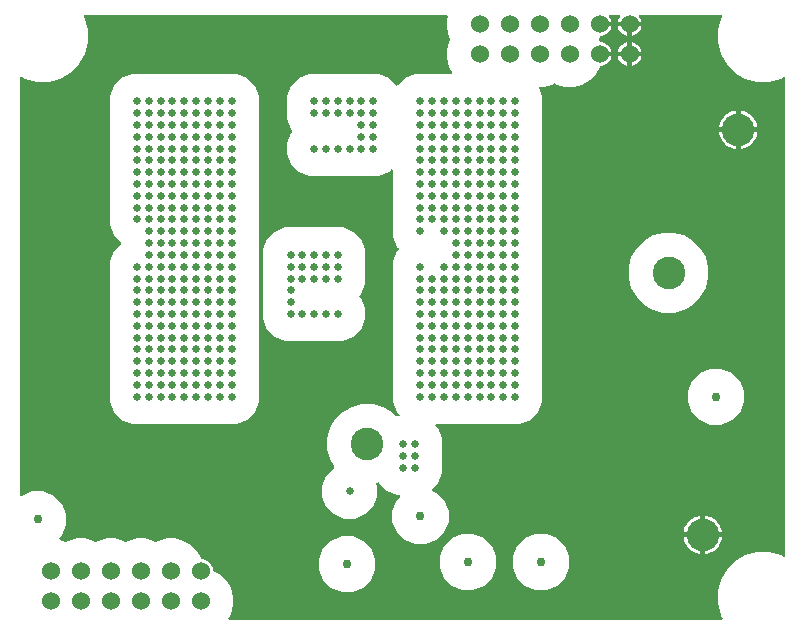
<source format=gbr>
G04 EAGLE Gerber RS-274X export*
G75*
%MOMM*%
%FSLAX34Y34*%
%LPD*%
%INCopper Layer 15*%
%IPPOS*%
%AMOC8*
5,1,8,0,0,1.08239X$1,22.5*%
G01*
%ADD10C,2.760000*%
%ADD11C,1.524000*%
%ADD12C,0.656400*%
%ADD13C,0.756400*%

G36*
X614824Y21007D02*
X614824Y21007D01*
X614867Y21004D01*
X614963Y21027D01*
X615061Y21041D01*
X615100Y21058D01*
X615142Y21068D01*
X615228Y21116D01*
X615318Y21157D01*
X615350Y21185D01*
X615388Y21206D01*
X615457Y21276D01*
X615532Y21340D01*
X615556Y21376D01*
X615586Y21407D01*
X615632Y21493D01*
X615687Y21576D01*
X615699Y21617D01*
X615719Y21655D01*
X615740Y21752D01*
X615769Y21846D01*
X615770Y21889D01*
X615779Y21931D01*
X615771Y22029D01*
X615773Y22128D01*
X615761Y22169D01*
X615758Y22212D01*
X615727Y22292D01*
X615698Y22400D01*
X615666Y22451D01*
X615647Y22500D01*
X614123Y25139D01*
X611499Y34931D01*
X611499Y45069D01*
X614123Y54861D01*
X619192Y63640D01*
X626360Y70808D01*
X635139Y75877D01*
X644931Y78501D01*
X655069Y78501D01*
X664861Y75877D01*
X667500Y74353D01*
X667540Y74337D01*
X667576Y74313D01*
X667671Y74285D01*
X667762Y74248D01*
X667805Y74244D01*
X667846Y74231D01*
X667944Y74230D01*
X668043Y74220D01*
X668085Y74228D01*
X668128Y74227D01*
X668223Y74254D01*
X668320Y74272D01*
X668358Y74291D01*
X668400Y74302D01*
X668484Y74354D01*
X668572Y74399D01*
X668603Y74428D01*
X668640Y74451D01*
X668706Y74524D01*
X668778Y74591D01*
X668800Y74628D01*
X668829Y74660D01*
X668872Y74749D01*
X668922Y74834D01*
X668933Y74875D01*
X668952Y74914D01*
X668965Y74998D01*
X668993Y75107D01*
X668991Y75167D01*
X668999Y75218D01*
X668999Y479782D01*
X668993Y479824D01*
X668996Y479867D01*
X668973Y479963D01*
X668959Y480061D01*
X668942Y480100D01*
X668932Y480142D01*
X668884Y480228D01*
X668843Y480318D01*
X668815Y480350D01*
X668794Y480388D01*
X668724Y480457D01*
X668660Y480532D01*
X668624Y480556D01*
X668593Y480586D01*
X668507Y480632D01*
X668424Y480687D01*
X668383Y480699D01*
X668345Y480719D01*
X668248Y480740D01*
X668154Y480769D01*
X668111Y480770D01*
X668069Y480779D01*
X667971Y480771D01*
X667872Y480773D01*
X667831Y480761D01*
X667788Y480758D01*
X667708Y480727D01*
X667600Y480698D01*
X667549Y480666D01*
X667500Y480647D01*
X664861Y479123D01*
X655069Y476499D01*
X644931Y476499D01*
X635139Y479123D01*
X626360Y484192D01*
X619192Y491360D01*
X614123Y500139D01*
X611499Y509931D01*
X611499Y520069D01*
X614123Y529861D01*
X615070Y531500D01*
X615086Y531540D01*
X615109Y531576D01*
X615138Y531671D01*
X615175Y531762D01*
X615179Y531805D01*
X615192Y531846D01*
X615193Y531944D01*
X615203Y532043D01*
X615195Y532085D01*
X615195Y532128D01*
X615169Y532223D01*
X615151Y532320D01*
X615132Y532358D01*
X615120Y532400D01*
X615068Y532484D01*
X615024Y532572D01*
X614995Y532603D01*
X614972Y532640D01*
X614899Y532706D01*
X614831Y532778D01*
X614795Y532800D01*
X614763Y532829D01*
X614674Y532872D01*
X614589Y532922D01*
X614548Y532933D01*
X614509Y532952D01*
X614424Y532965D01*
X614316Y532993D01*
X614256Y532991D01*
X614204Y532999D01*
X545999Y532999D01*
X545905Y532986D01*
X545810Y532981D01*
X545766Y532966D01*
X545720Y532959D01*
X545634Y532920D01*
X545544Y532889D01*
X545506Y532862D01*
X545463Y532843D01*
X545391Y532781D01*
X545313Y532727D01*
X545284Y532690D01*
X545249Y532660D01*
X545197Y532580D01*
X545138Y532506D01*
X545120Y532463D01*
X545094Y532424D01*
X545067Y532333D01*
X545031Y532245D01*
X545026Y532199D01*
X545012Y532154D01*
X545011Y532059D01*
X545001Y531965D01*
X545009Y531919D01*
X545008Y531872D01*
X545034Y531781D01*
X545050Y531687D01*
X545070Y531648D01*
X545083Y531600D01*
X545150Y531493D01*
X545191Y531413D01*
X545690Y530725D01*
X546416Y529300D01*
X546911Y527779D01*
X546971Y527399D01*
X538000Y527399D01*
X537937Y527390D01*
X537872Y527391D01*
X537798Y527370D01*
X537721Y527359D01*
X537662Y527333D01*
X537600Y527316D01*
X537534Y527275D01*
X537464Y527243D01*
X537415Y527201D01*
X537360Y527168D01*
X537309Y527110D01*
X537250Y527060D01*
X537214Y527006D01*
X537171Y526958D01*
X537138Y526889D01*
X537095Y526824D01*
X537076Y526762D01*
X537048Y526705D01*
X537038Y526635D01*
X537013Y526554D01*
X537012Y526469D01*
X537001Y526400D01*
X537001Y525399D01*
X536999Y525399D01*
X536999Y526400D01*
X536990Y526464D01*
X536991Y526528D01*
X536970Y526603D01*
X536959Y526679D01*
X536933Y526738D01*
X536916Y526800D01*
X536875Y526866D01*
X536843Y526936D01*
X536801Y526985D01*
X536768Y527040D01*
X536710Y527092D01*
X536660Y527150D01*
X536606Y527186D01*
X536558Y527229D01*
X536489Y527262D01*
X536424Y527305D01*
X536362Y527324D01*
X536304Y527352D01*
X536235Y527362D01*
X536154Y527387D01*
X536069Y527388D01*
X536000Y527399D01*
X527029Y527399D01*
X527089Y527779D01*
X527584Y529300D01*
X528310Y530725D01*
X528809Y531413D01*
X528854Y531497D01*
X528906Y531576D01*
X528919Y531621D01*
X528941Y531662D01*
X528960Y531755D01*
X528988Y531846D01*
X528989Y531892D01*
X528998Y531938D01*
X528990Y532033D01*
X528992Y532128D01*
X528979Y532173D01*
X528976Y532219D01*
X528942Y532308D01*
X528917Y532400D01*
X528892Y532439D01*
X528876Y532483D01*
X528818Y532559D01*
X528768Y532640D01*
X528734Y532671D01*
X528706Y532708D01*
X528630Y532765D01*
X528559Y532829D01*
X528517Y532849D01*
X528480Y532877D01*
X528391Y532910D01*
X528305Y532952D01*
X528262Y532958D01*
X528216Y532976D01*
X528090Y532985D01*
X528001Y532999D01*
X520599Y532999D01*
X520505Y532986D01*
X520410Y532981D01*
X520366Y532966D01*
X520320Y532959D01*
X520234Y532920D01*
X520144Y532889D01*
X520106Y532862D01*
X520063Y532843D01*
X519991Y532781D01*
X519913Y532727D01*
X519884Y532690D01*
X519849Y532660D01*
X519797Y532580D01*
X519738Y532506D01*
X519720Y532463D01*
X519694Y532424D01*
X519667Y532333D01*
X519631Y532245D01*
X519626Y532199D01*
X519612Y532154D01*
X519611Y532059D01*
X519601Y531965D01*
X519609Y531919D01*
X519608Y531872D01*
X519634Y531780D01*
X519650Y531687D01*
X519670Y531648D01*
X519683Y531600D01*
X519750Y531493D01*
X519791Y531413D01*
X520290Y530725D01*
X521016Y529300D01*
X521511Y527779D01*
X521571Y527399D01*
X514820Y527399D01*
X514756Y527390D01*
X514692Y527391D01*
X514617Y527370D01*
X514541Y527359D01*
X514482Y527333D01*
X514420Y527316D01*
X514354Y527275D01*
X514284Y527243D01*
X514235Y527201D01*
X514180Y527168D01*
X514128Y527110D01*
X514070Y527060D01*
X514034Y527006D01*
X513991Y526958D01*
X513958Y526889D01*
X513915Y526824D01*
X513896Y526762D01*
X513868Y526705D01*
X513857Y526635D01*
X513833Y526554D01*
X513832Y526469D01*
X513821Y526400D01*
X513821Y524400D01*
X513830Y524336D01*
X513829Y524272D01*
X513850Y524197D01*
X513861Y524121D01*
X513887Y524062D01*
X513904Y524000D01*
X513945Y523934D01*
X513977Y523864D01*
X514019Y523815D01*
X514052Y523760D01*
X514110Y523708D01*
X514160Y523650D01*
X514214Y523614D01*
X514262Y523571D01*
X514331Y523538D01*
X514396Y523495D01*
X514458Y523476D01*
X514515Y523448D01*
X514585Y523437D01*
X514666Y523413D01*
X514751Y523412D01*
X514820Y523401D01*
X521571Y523401D01*
X521511Y523021D01*
X521016Y521500D01*
X520290Y520075D01*
X519350Y518781D01*
X518219Y517650D01*
X516925Y516710D01*
X515500Y515984D01*
X513979Y515489D01*
X512681Y515284D01*
X512674Y515282D01*
X512667Y515281D01*
X512539Y515240D01*
X512411Y515201D01*
X512405Y515197D01*
X512399Y515195D01*
X512288Y515120D01*
X512176Y515046D01*
X512171Y515040D01*
X512165Y515036D01*
X512122Y514983D01*
X511993Y514831D01*
X511984Y514812D01*
X511972Y514796D01*
X511050Y513200D01*
X511018Y513120D01*
X510977Y513045D01*
X510966Y512990D01*
X510945Y512938D01*
X510936Y512853D01*
X510918Y512769D01*
X510922Y512713D01*
X510917Y512657D01*
X510933Y512573D01*
X510939Y512488D01*
X510957Y512439D01*
X510969Y512380D01*
X511019Y512280D01*
X511050Y512200D01*
X511972Y510604D01*
X511976Y510598D01*
X511979Y510591D01*
X512064Y510486D01*
X512146Y510382D01*
X512152Y510378D01*
X512156Y510372D01*
X512266Y510295D01*
X512375Y510217D01*
X512382Y510215D01*
X512387Y510211D01*
X512452Y510190D01*
X512641Y510123D01*
X512662Y510122D01*
X512681Y510116D01*
X513979Y509911D01*
X515500Y509416D01*
X516925Y508690D01*
X518219Y507750D01*
X519350Y506619D01*
X520290Y505325D01*
X521016Y503900D01*
X521511Y502379D01*
X521571Y501999D01*
X514820Y501999D01*
X514756Y501990D01*
X514692Y501991D01*
X514617Y501970D01*
X514541Y501959D01*
X514482Y501933D01*
X514420Y501916D01*
X514354Y501875D01*
X514284Y501843D01*
X514235Y501801D01*
X514180Y501768D01*
X514128Y501710D01*
X514070Y501660D01*
X514034Y501606D01*
X513991Y501558D01*
X513958Y501489D01*
X513915Y501424D01*
X513896Y501362D01*
X513868Y501305D01*
X513857Y501235D01*
X513833Y501154D01*
X513832Y501069D01*
X513821Y501000D01*
X513821Y499000D01*
X513830Y498936D01*
X513829Y498872D01*
X513850Y498797D01*
X513861Y498721D01*
X513887Y498662D01*
X513904Y498600D01*
X513945Y498534D01*
X513977Y498464D01*
X514019Y498415D01*
X514052Y498360D01*
X514110Y498308D01*
X514160Y498250D01*
X514214Y498214D01*
X514262Y498171D01*
X514331Y498138D01*
X514396Y498095D01*
X514458Y498076D01*
X514515Y498048D01*
X514585Y498037D01*
X514666Y498013D01*
X514751Y498012D01*
X514820Y498001D01*
X521571Y498001D01*
X521539Y497797D01*
X521538Y497797D01*
X521511Y497621D01*
X521016Y496100D01*
X520290Y494675D01*
X519350Y493381D01*
X518219Y492250D01*
X516925Y491310D01*
X515500Y490584D01*
X513979Y490089D01*
X512681Y489884D01*
X512674Y489882D01*
X512667Y489881D01*
X512539Y489840D01*
X512411Y489801D01*
X512405Y489797D01*
X512399Y489795D01*
X512288Y489720D01*
X512176Y489646D01*
X512171Y489640D01*
X512165Y489636D01*
X512122Y489583D01*
X511993Y489431D01*
X511984Y489412D01*
X511972Y489396D01*
X508302Y483040D01*
X503160Y477898D01*
X496861Y474262D01*
X489836Y472379D01*
X482564Y472379D01*
X475539Y474262D01*
X474000Y475150D01*
X473920Y475182D01*
X473845Y475223D01*
X473790Y475234D01*
X473738Y475255D01*
X473653Y475264D01*
X473569Y475282D01*
X473513Y475278D01*
X473457Y475283D01*
X473373Y475267D01*
X473288Y475261D01*
X473239Y475242D01*
X473180Y475231D01*
X473080Y475181D01*
X473000Y475150D01*
X471461Y474262D01*
X464436Y472379D01*
X461569Y472379D01*
X461452Y472363D01*
X461333Y472351D01*
X461312Y472343D01*
X461290Y472339D01*
X461182Y472291D01*
X461071Y472247D01*
X461054Y472233D01*
X461033Y472223D01*
X460943Y472146D01*
X460849Y472073D01*
X460836Y472055D01*
X460818Y472040D01*
X460753Y471940D01*
X460684Y471844D01*
X460676Y471823D01*
X460664Y471804D01*
X460629Y471690D01*
X460590Y471579D01*
X460588Y471556D01*
X460582Y471534D01*
X460580Y471416D01*
X460573Y471297D01*
X460578Y471276D01*
X460578Y471252D01*
X460628Y471073D01*
X460646Y470998D01*
X463283Y464631D01*
X463283Y455360D01*
X463264Y455289D01*
X463232Y455199D01*
X463230Y455153D01*
X463218Y455109D01*
X463221Y455013D01*
X463216Y454917D01*
X463226Y454876D01*
X463227Y454827D01*
X463267Y454705D01*
X463283Y454641D01*
X463283Y445360D01*
X463264Y445289D01*
X463232Y445199D01*
X463230Y445153D01*
X463218Y445109D01*
X463221Y445013D01*
X463216Y444917D01*
X463226Y444876D01*
X463227Y444827D01*
X463267Y444705D01*
X463283Y444641D01*
X463283Y435360D01*
X463264Y435289D01*
X463232Y435199D01*
X463230Y435153D01*
X463218Y435109D01*
X463221Y435013D01*
X463216Y434917D01*
X463226Y434876D01*
X463227Y434827D01*
X463267Y434705D01*
X463283Y434641D01*
X463283Y425360D01*
X463264Y425289D01*
X463232Y425199D01*
X463230Y425153D01*
X463218Y425109D01*
X463221Y425013D01*
X463216Y424917D01*
X463226Y424876D01*
X463227Y424827D01*
X463267Y424705D01*
X463283Y424641D01*
X463283Y415360D01*
X463264Y415289D01*
X463232Y415199D01*
X463230Y415153D01*
X463218Y415109D01*
X463221Y415013D01*
X463216Y414917D01*
X463226Y414876D01*
X463227Y414827D01*
X463267Y414705D01*
X463283Y414641D01*
X463283Y405360D01*
X463264Y405289D01*
X463232Y405199D01*
X463230Y405153D01*
X463218Y405109D01*
X463221Y405013D01*
X463216Y404917D01*
X463226Y404876D01*
X463227Y404827D01*
X463267Y404705D01*
X463283Y404641D01*
X463283Y395360D01*
X463264Y395289D01*
X463232Y395199D01*
X463230Y395153D01*
X463218Y395109D01*
X463221Y395013D01*
X463216Y394917D01*
X463226Y394876D01*
X463227Y394827D01*
X463267Y394705D01*
X463283Y394641D01*
X463283Y385360D01*
X463264Y385289D01*
X463232Y385199D01*
X463230Y385153D01*
X463218Y385109D01*
X463221Y385013D01*
X463216Y384917D01*
X463226Y384876D01*
X463227Y384827D01*
X463267Y384705D01*
X463283Y384641D01*
X463283Y375360D01*
X463264Y375289D01*
X463232Y375199D01*
X463230Y375153D01*
X463218Y375109D01*
X463221Y375013D01*
X463216Y374917D01*
X463226Y374876D01*
X463227Y374827D01*
X463267Y374705D01*
X463283Y374641D01*
X463283Y365360D01*
X463264Y365289D01*
X463232Y365199D01*
X463230Y365153D01*
X463218Y365109D01*
X463221Y365013D01*
X463216Y364917D01*
X463226Y364876D01*
X463227Y364827D01*
X463267Y364705D01*
X463283Y364641D01*
X463283Y355360D01*
X463264Y355289D01*
X463232Y355199D01*
X463230Y355153D01*
X463218Y355109D01*
X463221Y355013D01*
X463216Y354917D01*
X463226Y354876D01*
X463227Y354827D01*
X463267Y354705D01*
X463283Y354641D01*
X463283Y345360D01*
X463264Y345289D01*
X463232Y345199D01*
X463230Y345153D01*
X463218Y345109D01*
X463221Y345013D01*
X463216Y344917D01*
X463226Y344876D01*
X463227Y344827D01*
X463267Y344705D01*
X463283Y344641D01*
X463283Y335360D01*
X463265Y335289D01*
X463232Y335199D01*
X463230Y335153D01*
X463218Y335109D01*
X463221Y335013D01*
X463216Y334917D01*
X463226Y334876D01*
X463227Y334827D01*
X463267Y334706D01*
X463283Y334641D01*
X463283Y325360D01*
X463264Y325289D01*
X463232Y325199D01*
X463230Y325153D01*
X463218Y325109D01*
X463221Y325013D01*
X463216Y324917D01*
X463226Y324876D01*
X463227Y324827D01*
X463267Y324705D01*
X463283Y324641D01*
X463283Y315360D01*
X463264Y315289D01*
X463232Y315199D01*
X463230Y315153D01*
X463218Y315109D01*
X463221Y315013D01*
X463216Y314917D01*
X463226Y314876D01*
X463227Y314827D01*
X463267Y314705D01*
X463283Y314641D01*
X463283Y305360D01*
X463264Y305289D01*
X463232Y305199D01*
X463230Y305153D01*
X463218Y305109D01*
X463221Y305013D01*
X463216Y304917D01*
X463226Y304876D01*
X463227Y304827D01*
X463267Y304705D01*
X463283Y304641D01*
X463283Y295360D01*
X463264Y295289D01*
X463232Y295199D01*
X463230Y295153D01*
X463218Y295109D01*
X463221Y295013D01*
X463216Y294917D01*
X463226Y294876D01*
X463227Y294827D01*
X463267Y294705D01*
X463283Y294641D01*
X463283Y285360D01*
X463264Y285289D01*
X463232Y285199D01*
X463230Y285153D01*
X463218Y285109D01*
X463221Y285013D01*
X463216Y284917D01*
X463226Y284876D01*
X463227Y284827D01*
X463267Y284705D01*
X463283Y284641D01*
X463283Y275360D01*
X463264Y275289D01*
X463232Y275199D01*
X463230Y275153D01*
X463218Y275109D01*
X463221Y275013D01*
X463216Y274917D01*
X463226Y274876D01*
X463227Y274827D01*
X463267Y274705D01*
X463283Y274641D01*
X463283Y265360D01*
X463264Y265289D01*
X463232Y265199D01*
X463230Y265153D01*
X463218Y265109D01*
X463221Y265013D01*
X463216Y264917D01*
X463226Y264876D01*
X463227Y264827D01*
X463267Y264705D01*
X463283Y264641D01*
X463283Y255360D01*
X463264Y255289D01*
X463232Y255199D01*
X463230Y255153D01*
X463218Y255109D01*
X463221Y255013D01*
X463216Y254917D01*
X463226Y254876D01*
X463227Y254827D01*
X463267Y254705D01*
X463283Y254641D01*
X463283Y245360D01*
X463264Y245289D01*
X463232Y245199D01*
X463230Y245153D01*
X463218Y245109D01*
X463221Y245013D01*
X463216Y244917D01*
X463226Y244876D01*
X463227Y244827D01*
X463267Y244705D01*
X463283Y244641D01*
X463283Y235360D01*
X463264Y235289D01*
X463232Y235199D01*
X463230Y235153D01*
X463218Y235109D01*
X463221Y235013D01*
X463216Y234917D01*
X463226Y234876D01*
X463227Y234827D01*
X463267Y234705D01*
X463283Y234641D01*
X463283Y225360D01*
X463264Y225289D01*
X463232Y225199D01*
X463230Y225153D01*
X463218Y225109D01*
X463221Y225013D01*
X463216Y224917D01*
X463226Y224876D01*
X463227Y224827D01*
X463267Y224705D01*
X463283Y224641D01*
X463283Y215360D01*
X463264Y215289D01*
X463232Y215199D01*
X463230Y215153D01*
X463218Y215109D01*
X463221Y215013D01*
X463216Y214917D01*
X463226Y214876D01*
X463227Y214827D01*
X463267Y214705D01*
X463283Y214641D01*
X463283Y205369D01*
X459738Y196811D01*
X453189Y190262D01*
X444631Y186717D01*
X435360Y186717D01*
X435289Y186735D01*
X435199Y186768D01*
X435153Y186770D01*
X435109Y186782D01*
X435013Y186779D01*
X434917Y186784D01*
X434876Y186774D01*
X434827Y186773D01*
X434706Y186733D01*
X434641Y186717D01*
X425360Y186717D01*
X425289Y186735D01*
X425199Y186768D01*
X425153Y186770D01*
X425109Y186782D01*
X425013Y186779D01*
X424917Y186784D01*
X424876Y186774D01*
X424827Y186773D01*
X424706Y186733D01*
X424641Y186717D01*
X415360Y186717D01*
X415289Y186736D01*
X415199Y186768D01*
X415153Y186770D01*
X415109Y186782D01*
X415013Y186779D01*
X414917Y186784D01*
X414876Y186774D01*
X414827Y186773D01*
X414705Y186733D01*
X414641Y186717D01*
X405360Y186717D01*
X405289Y186735D01*
X405199Y186768D01*
X405153Y186770D01*
X405109Y186782D01*
X405013Y186779D01*
X404917Y186784D01*
X404876Y186774D01*
X404827Y186773D01*
X404706Y186733D01*
X404641Y186717D01*
X395360Y186717D01*
X395289Y186735D01*
X395199Y186768D01*
X395153Y186770D01*
X395109Y186782D01*
X395013Y186779D01*
X394917Y186784D01*
X394876Y186774D01*
X394827Y186773D01*
X394706Y186733D01*
X394641Y186717D01*
X385360Y186717D01*
X385289Y186736D01*
X385199Y186768D01*
X385153Y186770D01*
X385109Y186782D01*
X385013Y186779D01*
X384917Y186784D01*
X384876Y186774D01*
X384827Y186773D01*
X384705Y186733D01*
X384641Y186717D01*
X375360Y186717D01*
X375289Y186735D01*
X375199Y186768D01*
X375153Y186770D01*
X375109Y186782D01*
X375013Y186779D01*
X374917Y186784D01*
X374876Y186774D01*
X374827Y186773D01*
X374706Y186733D01*
X374641Y186717D01*
X373622Y186717D01*
X373590Y186713D01*
X373558Y186715D01*
X373451Y186693D01*
X373343Y186677D01*
X373313Y186664D01*
X373282Y186658D01*
X373185Y186606D01*
X373086Y186561D01*
X373061Y186540D01*
X373033Y186525D01*
X372955Y186449D01*
X372871Y186378D01*
X372854Y186351D01*
X372831Y186328D01*
X372777Y186233D01*
X372717Y186142D01*
X372708Y186111D01*
X372692Y186083D01*
X372666Y185977D01*
X372635Y185872D01*
X372634Y185840D01*
X372627Y185809D01*
X372632Y185699D01*
X372631Y185590D01*
X372639Y185559D01*
X372641Y185527D01*
X372677Y185424D01*
X372706Y185318D01*
X372723Y185291D01*
X372734Y185260D01*
X372787Y185187D01*
X372854Y185078D01*
X372890Y185046D01*
X372915Y185011D01*
X374738Y183189D01*
X378283Y174631D01*
X378283Y165360D01*
X378265Y165289D01*
X378232Y165199D01*
X378230Y165153D01*
X378218Y165109D01*
X378221Y165013D01*
X378216Y164917D01*
X378226Y164876D01*
X378227Y164827D01*
X378267Y164706D01*
X378283Y164641D01*
X378283Y155360D01*
X378265Y155289D01*
X378232Y155199D01*
X378230Y155153D01*
X378218Y155109D01*
X378221Y155013D01*
X378216Y154917D01*
X378226Y154876D01*
X378227Y154827D01*
X378267Y154706D01*
X378283Y154641D01*
X378283Y145369D01*
X374738Y136811D01*
X369768Y131842D01*
X369697Y131747D01*
X369622Y131655D01*
X369613Y131634D01*
X369599Y131616D01*
X369557Y131505D01*
X369510Y131396D01*
X369508Y131373D01*
X369499Y131352D01*
X369490Y131234D01*
X369476Y131116D01*
X369479Y131094D01*
X369478Y131071D01*
X369502Y130955D01*
X369521Y130838D01*
X369531Y130817D01*
X369535Y130795D01*
X369591Y130690D01*
X369642Y130583D01*
X369657Y130566D01*
X369668Y130546D01*
X369751Y130461D01*
X369829Y130372D01*
X369848Y130361D01*
X369865Y130344D01*
X370027Y130252D01*
X370092Y130212D01*
X373472Y128812D01*
X380162Y122122D01*
X383783Y113381D01*
X383783Y103919D01*
X380162Y95178D01*
X373472Y88488D01*
X364731Y84867D01*
X355269Y84867D01*
X346528Y88488D01*
X339838Y95178D01*
X336217Y103919D01*
X336217Y113381D01*
X339838Y122122D01*
X342728Y125011D01*
X342747Y125037D01*
X342771Y125058D01*
X342831Y125150D01*
X342897Y125237D01*
X342908Y125267D01*
X342926Y125294D01*
X342958Y125399D01*
X342996Y125501D01*
X342999Y125533D01*
X343008Y125564D01*
X343010Y125673D01*
X343018Y125782D01*
X343012Y125814D01*
X343012Y125846D01*
X342983Y125951D01*
X342961Y126058D01*
X342946Y126087D01*
X342937Y126118D01*
X342879Y126211D01*
X342828Y126307D01*
X342806Y126330D01*
X342789Y126358D01*
X342708Y126431D01*
X342631Y126509D01*
X342603Y126525D01*
X342579Y126547D01*
X342481Y126594D01*
X342386Y126648D01*
X342355Y126656D01*
X342326Y126670D01*
X342236Y126684D01*
X342112Y126713D01*
X342063Y126711D01*
X342021Y126717D01*
X340369Y126717D01*
X331811Y130262D01*
X325262Y136811D01*
X325245Y136852D01*
X325175Y136970D01*
X325103Y137093D01*
X325102Y137094D01*
X325101Y137095D01*
X324999Y137191D01*
X324898Y137287D01*
X324897Y137287D01*
X324896Y137288D01*
X324771Y137352D01*
X324647Y137415D01*
X324645Y137415D01*
X324644Y137416D01*
X324509Y137442D01*
X324370Y137468D01*
X324368Y137468D01*
X324367Y137468D01*
X324086Y137441D01*
X324075Y137437D01*
X324063Y137435D01*
X323416Y137262D01*
X323297Y137211D01*
X323177Y137163D01*
X323167Y137156D01*
X323156Y137151D01*
X323057Y137070D01*
X322955Y136990D01*
X322948Y136980D01*
X322938Y136972D01*
X322865Y136866D01*
X322790Y136761D01*
X322786Y136750D01*
X322779Y136740D01*
X322738Y136617D01*
X322695Y136495D01*
X322694Y136483D01*
X322691Y136472D01*
X322686Y136343D01*
X322679Y136214D01*
X322681Y136203D01*
X322681Y136190D01*
X322750Y135917D01*
X322751Y135916D01*
X322751Y135914D01*
X323283Y134631D01*
X323283Y125369D01*
X319738Y116811D01*
X313189Y110262D01*
X304631Y106717D01*
X295369Y106717D01*
X286811Y110262D01*
X280262Y116811D01*
X276717Y125369D01*
X276717Y134631D01*
X280262Y143189D01*
X286813Y149739D01*
X286858Y149799D01*
X286910Y149853D01*
X286942Y149911D01*
X286982Y149965D01*
X287008Y150035D01*
X287044Y150101D01*
X287058Y150166D01*
X287081Y150229D01*
X287087Y150303D01*
X287103Y150377D01*
X287098Y150443D01*
X287103Y150510D01*
X287088Y150583D01*
X287083Y150658D01*
X287060Y150715D01*
X287046Y150786D01*
X287000Y150872D01*
X286971Y150946D01*
X283503Y156953D01*
X281199Y165550D01*
X281199Y174450D01*
X283503Y183047D01*
X287953Y190754D01*
X294246Y197047D01*
X301953Y201497D01*
X310550Y203801D01*
X319450Y203801D01*
X328047Y201497D01*
X335754Y197047D01*
X339296Y193506D01*
X339303Y193500D01*
X339309Y193493D01*
X339416Y193416D01*
X339521Y193337D01*
X339530Y193333D01*
X339538Y193328D01*
X339661Y193284D01*
X339785Y193237D01*
X339795Y193236D01*
X339803Y193233D01*
X339935Y193225D01*
X340066Y193215D01*
X340075Y193217D01*
X340085Y193217D01*
X340160Y193235D01*
X340342Y193273D01*
X340361Y193283D01*
X341378Y193283D01*
X341410Y193287D01*
X341442Y193285D01*
X341549Y193307D01*
X341657Y193323D01*
X341687Y193336D01*
X341718Y193342D01*
X341815Y193394D01*
X341914Y193439D01*
X341939Y193460D01*
X341967Y193475D01*
X342045Y193551D01*
X342129Y193622D01*
X342146Y193649D01*
X342169Y193672D01*
X342223Y193767D01*
X342283Y193858D01*
X342292Y193889D01*
X342308Y193917D01*
X342334Y194023D01*
X342365Y194128D01*
X342366Y194160D01*
X342373Y194191D01*
X342368Y194301D01*
X342369Y194410D01*
X342361Y194441D01*
X342359Y194473D01*
X342323Y194576D01*
X342294Y194682D01*
X342277Y194709D01*
X342266Y194740D01*
X342213Y194813D01*
X342146Y194922D01*
X342110Y194954D01*
X342085Y194989D01*
X340262Y196811D01*
X336717Y205369D01*
X336717Y214640D01*
X336735Y214711D01*
X336768Y214801D01*
X336770Y214847D01*
X336782Y214891D01*
X336779Y214987D01*
X336784Y215083D01*
X336774Y215124D01*
X336773Y215173D01*
X336733Y215294D01*
X336717Y215359D01*
X336717Y224640D01*
X336735Y224711D01*
X336768Y224801D01*
X336770Y224847D01*
X336782Y224891D01*
X336779Y224987D01*
X336784Y225083D01*
X336774Y225124D01*
X336773Y225173D01*
X336733Y225294D01*
X336717Y225359D01*
X336717Y234640D01*
X336735Y234711D01*
X336768Y234801D01*
X336770Y234847D01*
X336782Y234891D01*
X336779Y234987D01*
X336784Y235083D01*
X336774Y235124D01*
X336773Y235173D01*
X336733Y235294D01*
X336717Y235359D01*
X336717Y244640D01*
X336735Y244711D01*
X336768Y244801D01*
X336770Y244847D01*
X336782Y244891D01*
X336779Y244987D01*
X336784Y245083D01*
X336774Y245124D01*
X336773Y245173D01*
X336733Y245294D01*
X336717Y245359D01*
X336717Y254640D01*
X336735Y254711D01*
X336768Y254801D01*
X336770Y254847D01*
X336782Y254891D01*
X336779Y254987D01*
X336784Y255083D01*
X336774Y255124D01*
X336773Y255173D01*
X336733Y255294D01*
X336717Y255359D01*
X336717Y264640D01*
X336735Y264711D01*
X336768Y264801D01*
X336770Y264847D01*
X336782Y264891D01*
X336779Y264987D01*
X336784Y265083D01*
X336774Y265124D01*
X336773Y265173D01*
X336733Y265294D01*
X336717Y265359D01*
X336717Y274640D01*
X336736Y274711D01*
X336768Y274801D01*
X336770Y274847D01*
X336782Y274891D01*
X336779Y274987D01*
X336784Y275083D01*
X336774Y275124D01*
X336773Y275173D01*
X336733Y275295D01*
X336717Y275359D01*
X336717Y284640D01*
X336735Y284711D01*
X336768Y284801D01*
X336770Y284847D01*
X336782Y284891D01*
X336779Y284987D01*
X336784Y285083D01*
X336774Y285124D01*
X336773Y285173D01*
X336733Y285294D01*
X336717Y285359D01*
X336717Y294640D01*
X336735Y294711D01*
X336768Y294801D01*
X336770Y294847D01*
X336782Y294891D01*
X336779Y294987D01*
X336784Y295083D01*
X336774Y295124D01*
X336773Y295173D01*
X336733Y295294D01*
X336717Y295359D01*
X336717Y304640D01*
X336735Y304711D01*
X336768Y304801D01*
X336770Y304847D01*
X336782Y304891D01*
X336779Y304987D01*
X336784Y305083D01*
X336774Y305124D01*
X336773Y305173D01*
X336733Y305294D01*
X336717Y305359D01*
X336717Y314640D01*
X336735Y314711D01*
X336768Y314801D01*
X336770Y314847D01*
X336782Y314891D01*
X336779Y314987D01*
X336784Y315083D01*
X336774Y315124D01*
X336773Y315173D01*
X336733Y315294D01*
X336717Y315359D01*
X336717Y324631D01*
X340262Y333189D01*
X341367Y334293D01*
X341405Y334345D01*
X341451Y334390D01*
X341489Y334457D01*
X341536Y334519D01*
X341559Y334579D01*
X341590Y334635D01*
X341608Y334710D01*
X341635Y334783D01*
X341640Y334847D01*
X341655Y334910D01*
X341651Y334987D01*
X341657Y335064D01*
X341644Y335127D01*
X341641Y335191D01*
X341616Y335264D01*
X341600Y335340D01*
X341569Y335397D01*
X341548Y335458D01*
X341507Y335514D01*
X341467Y335589D01*
X341408Y335650D01*
X341367Y335707D01*
X340262Y336811D01*
X336717Y345369D01*
X336717Y354640D01*
X336735Y354710D01*
X336768Y354801D01*
X336770Y354847D01*
X336782Y354891D01*
X336779Y354987D01*
X336784Y355083D01*
X336774Y355124D01*
X336773Y355173D01*
X336733Y355294D01*
X336717Y355359D01*
X336717Y364640D01*
X336736Y364711D01*
X336768Y364801D01*
X336770Y364847D01*
X336782Y364891D01*
X336779Y364987D01*
X336784Y365083D01*
X336774Y365124D01*
X336773Y365173D01*
X336733Y365295D01*
X336717Y365359D01*
X336717Y374640D01*
X336735Y374711D01*
X336768Y374801D01*
X336770Y374847D01*
X336782Y374891D01*
X336779Y374987D01*
X336784Y375083D01*
X336774Y375124D01*
X336773Y375173D01*
X336733Y375294D01*
X336717Y375359D01*
X336717Y384640D01*
X336735Y384711D01*
X336768Y384801D01*
X336770Y384847D01*
X336782Y384891D01*
X336779Y384987D01*
X336784Y385083D01*
X336774Y385124D01*
X336773Y385173D01*
X336733Y385294D01*
X336717Y385359D01*
X336717Y394640D01*
X336735Y394711D01*
X336768Y394801D01*
X336770Y394847D01*
X336782Y394891D01*
X336779Y394987D01*
X336784Y395083D01*
X336774Y395124D01*
X336773Y395173D01*
X336733Y395294D01*
X336717Y395359D01*
X336717Y401378D01*
X336713Y401410D01*
X336715Y401442D01*
X336693Y401549D01*
X336677Y401657D01*
X336664Y401687D01*
X336658Y401718D01*
X336606Y401815D01*
X336561Y401914D01*
X336540Y401939D01*
X336525Y401967D01*
X336449Y402045D01*
X336378Y402129D01*
X336351Y402146D01*
X336328Y402169D01*
X336233Y402223D01*
X336142Y402283D01*
X336111Y402292D01*
X336083Y402308D01*
X335977Y402334D01*
X335872Y402365D01*
X335840Y402366D01*
X335809Y402373D01*
X335699Y402368D01*
X335590Y402369D01*
X335559Y402361D01*
X335527Y402359D01*
X335424Y402323D01*
X335318Y402294D01*
X335291Y402277D01*
X335260Y402266D01*
X335187Y402213D01*
X335078Y402146D01*
X335046Y402110D01*
X335011Y402085D01*
X333189Y400262D01*
X324631Y396717D01*
X315360Y396717D01*
X315289Y396735D01*
X315199Y396768D01*
X315153Y396770D01*
X315109Y396782D01*
X315013Y396779D01*
X314917Y396784D01*
X314876Y396774D01*
X314827Y396773D01*
X314706Y396733D01*
X314641Y396717D01*
X305360Y396717D01*
X305289Y396735D01*
X305199Y396768D01*
X305153Y396770D01*
X305109Y396782D01*
X305013Y396779D01*
X304917Y396784D01*
X304876Y396774D01*
X304827Y396773D01*
X304706Y396733D01*
X304641Y396717D01*
X295360Y396717D01*
X295289Y396735D01*
X295199Y396768D01*
X295153Y396770D01*
X295109Y396782D01*
X295013Y396779D01*
X294917Y396784D01*
X294876Y396774D01*
X294827Y396773D01*
X294706Y396733D01*
X294641Y396717D01*
X285360Y396717D01*
X285289Y396735D01*
X285199Y396768D01*
X285153Y396770D01*
X285109Y396782D01*
X285013Y396779D01*
X284917Y396784D01*
X284876Y396774D01*
X284827Y396773D01*
X284706Y396733D01*
X284641Y396717D01*
X275360Y396717D01*
X275289Y396735D01*
X275199Y396768D01*
X275153Y396770D01*
X275109Y396782D01*
X275013Y396779D01*
X274917Y396784D01*
X274876Y396774D01*
X274827Y396773D01*
X274706Y396733D01*
X274641Y396717D01*
X265369Y396717D01*
X256811Y400262D01*
X250262Y406811D01*
X246717Y415369D01*
X246717Y424631D01*
X250262Y433189D01*
X251367Y434293D01*
X251405Y434345D01*
X251451Y434390D01*
X251489Y434457D01*
X251536Y434519D01*
X251559Y434579D01*
X251590Y434635D01*
X251608Y434710D01*
X251635Y434783D01*
X251640Y434847D01*
X251655Y434909D01*
X251651Y434987D01*
X251657Y435064D01*
X251644Y435127D01*
X251641Y435191D01*
X251616Y435264D01*
X251600Y435340D01*
X251569Y435397D01*
X251548Y435458D01*
X251507Y435514D01*
X251467Y435589D01*
X251408Y435650D01*
X251367Y435707D01*
X250262Y436811D01*
X246717Y445369D01*
X246717Y454640D01*
X246736Y454711D01*
X246768Y454801D01*
X246770Y454847D01*
X246782Y454891D01*
X246779Y454987D01*
X246784Y455083D01*
X246774Y455124D01*
X246773Y455173D01*
X246733Y455295D01*
X246717Y455359D01*
X246717Y464631D01*
X250262Y473189D01*
X256811Y479738D01*
X265369Y483283D01*
X274640Y483283D01*
X274711Y483264D01*
X274801Y483232D01*
X274847Y483230D01*
X274891Y483218D01*
X274987Y483221D01*
X275083Y483216D01*
X275124Y483226D01*
X275173Y483227D01*
X275295Y483267D01*
X275359Y483283D01*
X284640Y483283D01*
X284711Y483264D01*
X284801Y483232D01*
X284847Y483230D01*
X284891Y483218D01*
X284987Y483221D01*
X285083Y483216D01*
X285124Y483226D01*
X285173Y483227D01*
X285295Y483267D01*
X285359Y483283D01*
X294640Y483283D01*
X294711Y483264D01*
X294801Y483232D01*
X294847Y483230D01*
X294891Y483218D01*
X294987Y483221D01*
X295083Y483216D01*
X295124Y483226D01*
X295173Y483227D01*
X295295Y483267D01*
X295359Y483283D01*
X304640Y483283D01*
X304711Y483264D01*
X304801Y483232D01*
X304847Y483230D01*
X304891Y483218D01*
X304987Y483221D01*
X305083Y483216D01*
X305124Y483226D01*
X305173Y483227D01*
X305295Y483267D01*
X305359Y483283D01*
X314640Y483283D01*
X314711Y483264D01*
X314801Y483232D01*
X314847Y483230D01*
X314891Y483218D01*
X314987Y483221D01*
X315083Y483216D01*
X315124Y483226D01*
X315173Y483227D01*
X315295Y483267D01*
X315359Y483283D01*
X324631Y483283D01*
X333189Y479738D01*
X339293Y473633D01*
X339345Y473595D01*
X339390Y473549D01*
X339457Y473511D01*
X339519Y473464D01*
X339579Y473441D01*
X339635Y473410D01*
X339710Y473392D01*
X339783Y473365D01*
X339847Y473360D01*
X339909Y473345D01*
X339987Y473349D01*
X340064Y473343D01*
X340127Y473356D01*
X340191Y473359D01*
X340264Y473385D01*
X340340Y473400D01*
X340397Y473430D01*
X340458Y473452D01*
X340514Y473493D01*
X340589Y473533D01*
X340650Y473592D01*
X340707Y473633D01*
X346811Y479738D01*
X355369Y483283D01*
X364640Y483283D01*
X364711Y483265D01*
X364801Y483232D01*
X364847Y483230D01*
X364891Y483218D01*
X364987Y483221D01*
X365083Y483216D01*
X365124Y483226D01*
X365173Y483227D01*
X365294Y483267D01*
X365359Y483283D01*
X374640Y483283D01*
X374711Y483264D01*
X374801Y483232D01*
X374847Y483230D01*
X374891Y483218D01*
X374987Y483221D01*
X375083Y483216D01*
X375124Y483226D01*
X375173Y483227D01*
X375295Y483267D01*
X375359Y483283D01*
X384640Y483283D01*
X384711Y483264D01*
X384801Y483232D01*
X384847Y483230D01*
X384891Y483218D01*
X384987Y483221D01*
X385083Y483216D01*
X385124Y483226D01*
X385173Y483227D01*
X385295Y483267D01*
X385359Y483283D01*
X386027Y483283D01*
X386070Y483289D01*
X386113Y483286D01*
X386209Y483309D01*
X386307Y483323D01*
X386346Y483340D01*
X386387Y483350D01*
X386474Y483398D01*
X386563Y483439D01*
X386596Y483467D01*
X386634Y483488D01*
X386703Y483558D01*
X386778Y483622D01*
X386801Y483658D01*
X386831Y483689D01*
X386878Y483775D01*
X386932Y483858D01*
X386945Y483899D01*
X386965Y483937D01*
X386986Y484034D01*
X387015Y484128D01*
X387015Y484171D01*
X387024Y484213D01*
X387017Y484311D01*
X387018Y484410D01*
X387007Y484451D01*
X387004Y484494D01*
X386973Y484574D01*
X386943Y484682D01*
X386911Y484733D01*
X386893Y484782D01*
X384262Y489339D01*
X382379Y496364D01*
X382379Y503636D01*
X384262Y510661D01*
X385150Y512200D01*
X385182Y512280D01*
X385223Y512355D01*
X385234Y512410D01*
X385255Y512462D01*
X385264Y512547D01*
X385282Y512631D01*
X385278Y512687D01*
X385283Y512743D01*
X385267Y512827D01*
X385261Y512912D01*
X385242Y512961D01*
X385231Y513020D01*
X385181Y513120D01*
X385150Y513200D01*
X384262Y514739D01*
X382379Y521764D01*
X382379Y529036D01*
X383104Y531741D01*
X383111Y531795D01*
X383126Y531846D01*
X383127Y531934D01*
X383138Y532021D01*
X383129Y532074D01*
X383130Y532128D01*
X383106Y532213D01*
X383092Y532300D01*
X383069Y532348D01*
X383055Y532400D01*
X383008Y532475D01*
X382970Y532554D01*
X382935Y532594D01*
X382907Y532640D01*
X382841Y532699D01*
X382783Y532764D01*
X382737Y532793D01*
X382697Y532829D01*
X382618Y532867D01*
X382543Y532914D01*
X382492Y532928D01*
X382443Y532952D01*
X382366Y532964D01*
X382272Y532990D01*
X382200Y532990D01*
X382139Y532999D01*
X75796Y532999D01*
X75753Y532993D01*
X75710Y532996D01*
X75614Y532973D01*
X75516Y532959D01*
X75477Y532942D01*
X75435Y532932D01*
X75349Y532884D01*
X75260Y532843D01*
X75227Y532815D01*
X75189Y532794D01*
X75120Y532724D01*
X75045Y532660D01*
X75022Y532624D01*
X74992Y532593D01*
X74945Y532507D01*
X74891Y532424D01*
X74878Y532383D01*
X74858Y532345D01*
X74837Y532248D01*
X74808Y532154D01*
X74808Y532111D01*
X74799Y532069D01*
X74806Y531971D01*
X74805Y531872D01*
X74816Y531831D01*
X74819Y531788D01*
X74850Y531708D01*
X74880Y531600D01*
X74912Y531549D01*
X74930Y531500D01*
X75877Y529861D01*
X78501Y520069D01*
X78501Y509931D01*
X75877Y500139D01*
X70808Y491360D01*
X63640Y484192D01*
X54861Y479123D01*
X45069Y476499D01*
X34931Y476499D01*
X25139Y479123D01*
X22500Y480647D01*
X22460Y480663D01*
X22424Y480687D01*
X22329Y480715D01*
X22238Y480752D01*
X22195Y480756D01*
X22154Y480769D01*
X22056Y480770D01*
X21957Y480780D01*
X21915Y480772D01*
X21872Y480773D01*
X21777Y480746D01*
X21680Y480728D01*
X21642Y480709D01*
X21600Y480698D01*
X21516Y480646D01*
X21428Y480601D01*
X21397Y480572D01*
X21360Y480549D01*
X21294Y480476D01*
X21222Y480409D01*
X21200Y480372D01*
X21171Y480340D01*
X21128Y480251D01*
X21078Y480166D01*
X21067Y480125D01*
X21048Y480086D01*
X21035Y480002D01*
X21007Y479893D01*
X21009Y479833D01*
X21001Y479782D01*
X21001Y127025D01*
X21017Y126907D01*
X21029Y126789D01*
X21037Y126768D01*
X21041Y126746D01*
X21089Y126638D01*
X21133Y126527D01*
X21147Y126509D01*
X21157Y126489D01*
X21234Y126399D01*
X21307Y126305D01*
X21325Y126292D01*
X21340Y126274D01*
X21440Y126209D01*
X21536Y126140D01*
X21557Y126132D01*
X21576Y126120D01*
X21690Y126085D01*
X21801Y126046D01*
X21824Y126044D01*
X21846Y126038D01*
X21964Y126036D01*
X22083Y126029D01*
X22104Y126034D01*
X22128Y126034D01*
X22307Y126083D01*
X22382Y126102D01*
X31269Y129783D01*
X40731Y129783D01*
X49472Y126162D01*
X56162Y119472D01*
X59783Y110731D01*
X59783Y101269D01*
X56162Y92528D01*
X54241Y90607D01*
X54215Y90572D01*
X54183Y90544D01*
X54130Y90460D01*
X54071Y90381D01*
X54056Y90341D01*
X54033Y90305D01*
X54007Y90210D01*
X53972Y90117D01*
X53968Y90074D01*
X53957Y90033D01*
X53958Y89934D01*
X53950Y89836D01*
X53959Y89794D01*
X53959Y89751D01*
X53987Y89657D01*
X54008Y89560D01*
X54028Y89522D01*
X54040Y89481D01*
X54094Y89398D01*
X54140Y89311D01*
X54170Y89280D01*
X54193Y89244D01*
X54268Y89180D01*
X54337Y89109D01*
X54374Y89088D01*
X54407Y89060D01*
X54485Y89025D01*
X54582Y88970D01*
X54641Y88956D01*
X54689Y88935D01*
X57661Y88138D01*
X59200Y87250D01*
X59280Y87218D01*
X59355Y87177D01*
X59410Y87166D01*
X59462Y87145D01*
X59547Y87136D01*
X59631Y87118D01*
X59687Y87122D01*
X59743Y87117D01*
X59827Y87133D01*
X59912Y87139D01*
X59961Y87158D01*
X60020Y87169D01*
X60120Y87219D01*
X60200Y87250D01*
X61739Y88138D01*
X68764Y90021D01*
X76036Y90021D01*
X83061Y88138D01*
X84600Y87250D01*
X84680Y87218D01*
X84755Y87177D01*
X84810Y87166D01*
X84862Y87145D01*
X84947Y87136D01*
X85031Y87118D01*
X85087Y87122D01*
X85143Y87117D01*
X85227Y87133D01*
X85312Y87139D01*
X85361Y87158D01*
X85420Y87169D01*
X85520Y87219D01*
X85600Y87250D01*
X87139Y88138D01*
X94164Y90021D01*
X101436Y90021D01*
X108461Y88138D01*
X110000Y87250D01*
X110080Y87218D01*
X110155Y87177D01*
X110210Y87166D01*
X110262Y87145D01*
X110347Y87136D01*
X110431Y87118D01*
X110487Y87122D01*
X110543Y87117D01*
X110627Y87133D01*
X110712Y87139D01*
X110761Y87158D01*
X110820Y87169D01*
X110920Y87219D01*
X111000Y87250D01*
X112539Y88138D01*
X119564Y90021D01*
X126836Y90021D01*
X133861Y88138D01*
X135400Y87250D01*
X135480Y87218D01*
X135555Y87177D01*
X135610Y87166D01*
X135662Y87145D01*
X135747Y87136D01*
X135831Y87118D01*
X135887Y87122D01*
X135943Y87117D01*
X136027Y87133D01*
X136112Y87139D01*
X136161Y87158D01*
X136220Y87169D01*
X136320Y87219D01*
X136400Y87250D01*
X137939Y88138D01*
X144964Y90021D01*
X152236Y90021D01*
X159261Y88138D01*
X165560Y84502D01*
X170702Y79360D01*
X174372Y73004D01*
X174376Y72998D01*
X174379Y72991D01*
X174463Y72887D01*
X174546Y72782D01*
X174552Y72777D01*
X174556Y72772D01*
X174666Y72695D01*
X174775Y72617D01*
X174782Y72615D01*
X174787Y72611D01*
X174853Y72590D01*
X175041Y72523D01*
X175062Y72522D01*
X175081Y72516D01*
X176379Y72311D01*
X177900Y71816D01*
X179325Y71090D01*
X180619Y70150D01*
X181750Y69019D01*
X182690Y67725D01*
X183416Y66300D01*
X183911Y64779D01*
X184116Y63481D01*
X184118Y63474D01*
X184118Y63467D01*
X184160Y63339D01*
X184199Y63211D01*
X184203Y63205D01*
X184205Y63199D01*
X184280Y63088D01*
X184354Y62976D01*
X184360Y62971D01*
X184364Y62965D01*
X184417Y62922D01*
X184569Y62793D01*
X184588Y62784D01*
X184604Y62772D01*
X190960Y59102D01*
X196102Y53960D01*
X199738Y47661D01*
X201621Y40636D01*
X201621Y33364D01*
X199738Y26339D01*
X197522Y22500D01*
X197506Y22460D01*
X197482Y22424D01*
X197453Y22329D01*
X197417Y22238D01*
X197412Y22195D01*
X197400Y22154D01*
X197399Y22056D01*
X197389Y21957D01*
X197397Y21915D01*
X197396Y21872D01*
X197423Y21777D01*
X197441Y21680D01*
X197460Y21642D01*
X197471Y21600D01*
X197523Y21516D01*
X197568Y21428D01*
X197597Y21397D01*
X197620Y21360D01*
X197693Y21294D01*
X197760Y21222D01*
X197797Y21200D01*
X197829Y21171D01*
X197918Y21128D01*
X198002Y21078D01*
X198044Y21067D01*
X198083Y21048D01*
X198167Y21035D01*
X198275Y21007D01*
X198336Y21009D01*
X198387Y21001D01*
X614782Y21001D01*
X614824Y21007D01*
G37*
%LPC*%
G36*
X115369Y186717D02*
X115369Y186717D01*
X106811Y190262D01*
X100262Y196811D01*
X96717Y205369D01*
X96717Y214640D01*
X96735Y214711D01*
X96768Y214801D01*
X96770Y214847D01*
X96782Y214891D01*
X96779Y214987D01*
X96784Y215083D01*
X96774Y215124D01*
X96773Y215173D01*
X96733Y215294D01*
X96717Y215359D01*
X96717Y224640D01*
X96735Y224711D01*
X96768Y224801D01*
X96770Y224847D01*
X96782Y224891D01*
X96779Y224987D01*
X96784Y225083D01*
X96774Y225124D01*
X96773Y225173D01*
X96733Y225294D01*
X96717Y225359D01*
X96717Y234640D01*
X96735Y234711D01*
X96768Y234801D01*
X96770Y234847D01*
X96782Y234891D01*
X96779Y234987D01*
X96784Y235083D01*
X96774Y235124D01*
X96773Y235173D01*
X96733Y235294D01*
X96717Y235359D01*
X96717Y244640D01*
X96735Y244711D01*
X96768Y244801D01*
X96770Y244847D01*
X96782Y244891D01*
X96779Y244987D01*
X96784Y245083D01*
X96774Y245124D01*
X96773Y245173D01*
X96733Y245294D01*
X96717Y245359D01*
X96717Y254640D01*
X96735Y254711D01*
X96768Y254801D01*
X96770Y254847D01*
X96782Y254891D01*
X96779Y254987D01*
X96784Y255083D01*
X96774Y255124D01*
X96773Y255173D01*
X96733Y255294D01*
X96717Y255359D01*
X96717Y264640D01*
X96735Y264711D01*
X96768Y264801D01*
X96770Y264847D01*
X96782Y264891D01*
X96779Y264987D01*
X96784Y265083D01*
X96774Y265124D01*
X96773Y265173D01*
X96733Y265294D01*
X96717Y265359D01*
X96717Y274640D01*
X96735Y274711D01*
X96768Y274801D01*
X96770Y274847D01*
X96782Y274891D01*
X96779Y274987D01*
X96784Y275083D01*
X96774Y275124D01*
X96773Y275173D01*
X96733Y275294D01*
X96717Y275359D01*
X96717Y284640D01*
X96735Y284711D01*
X96768Y284801D01*
X96770Y284847D01*
X96782Y284891D01*
X96779Y284987D01*
X96784Y285083D01*
X96774Y285124D01*
X96773Y285173D01*
X96733Y285294D01*
X96717Y285359D01*
X96717Y294640D01*
X96735Y294711D01*
X96768Y294801D01*
X96770Y294847D01*
X96782Y294891D01*
X96779Y294987D01*
X96784Y295083D01*
X96774Y295124D01*
X96773Y295173D01*
X96733Y295294D01*
X96717Y295359D01*
X96717Y304640D01*
X96735Y304711D01*
X96768Y304801D01*
X96770Y304847D01*
X96782Y304891D01*
X96779Y304987D01*
X96784Y305083D01*
X96774Y305124D01*
X96773Y305173D01*
X96733Y305294D01*
X96717Y305359D01*
X96717Y314640D01*
X96735Y314711D01*
X96768Y314801D01*
X96770Y314847D01*
X96782Y314891D01*
X96779Y314987D01*
X96784Y315083D01*
X96774Y315124D01*
X96773Y315173D01*
X96733Y315294D01*
X96717Y315359D01*
X96717Y324631D01*
X100262Y333189D01*
X106367Y339293D01*
X106405Y339345D01*
X106451Y339390D01*
X106489Y339457D01*
X106536Y339519D01*
X106559Y339579D01*
X106590Y339635D01*
X106608Y339710D01*
X106635Y339783D01*
X106640Y339847D01*
X106655Y339909D01*
X106651Y339987D01*
X106657Y340064D01*
X106644Y340127D01*
X106641Y340191D01*
X106615Y340264D01*
X106600Y340340D01*
X106570Y340397D01*
X106548Y340458D01*
X106507Y340514D01*
X106467Y340589D01*
X106408Y340650D01*
X106367Y340707D01*
X100262Y346811D01*
X96717Y355369D01*
X96717Y364640D01*
X96735Y364711D01*
X96768Y364801D01*
X96770Y364847D01*
X96782Y364891D01*
X96779Y364987D01*
X96784Y365083D01*
X96774Y365124D01*
X96773Y365173D01*
X96733Y365294D01*
X96717Y365359D01*
X96717Y374640D01*
X96735Y374711D01*
X96768Y374801D01*
X96770Y374847D01*
X96782Y374891D01*
X96779Y374987D01*
X96784Y375083D01*
X96774Y375124D01*
X96773Y375173D01*
X96733Y375294D01*
X96717Y375359D01*
X96717Y384640D01*
X96735Y384711D01*
X96768Y384801D01*
X96770Y384847D01*
X96782Y384891D01*
X96779Y384987D01*
X96784Y385083D01*
X96774Y385124D01*
X96773Y385173D01*
X96733Y385294D01*
X96717Y385359D01*
X96717Y394640D01*
X96735Y394711D01*
X96768Y394801D01*
X96770Y394847D01*
X96782Y394891D01*
X96779Y394987D01*
X96784Y395083D01*
X96774Y395124D01*
X96773Y395173D01*
X96733Y395294D01*
X96717Y395359D01*
X96717Y404640D01*
X96735Y404711D01*
X96768Y404801D01*
X96770Y404847D01*
X96782Y404891D01*
X96779Y404987D01*
X96784Y405083D01*
X96774Y405124D01*
X96773Y405173D01*
X96733Y405294D01*
X96717Y405359D01*
X96717Y414640D01*
X96735Y414711D01*
X96768Y414801D01*
X96770Y414847D01*
X96782Y414891D01*
X96779Y414987D01*
X96784Y415083D01*
X96774Y415124D01*
X96773Y415173D01*
X96733Y415294D01*
X96717Y415359D01*
X96717Y424640D01*
X96735Y424711D01*
X96768Y424801D01*
X96770Y424847D01*
X96782Y424891D01*
X96779Y424987D01*
X96784Y425083D01*
X96774Y425124D01*
X96773Y425173D01*
X96733Y425294D01*
X96717Y425359D01*
X96717Y434640D01*
X96735Y434711D01*
X96768Y434801D01*
X96770Y434847D01*
X96782Y434891D01*
X96779Y434987D01*
X96784Y435083D01*
X96774Y435124D01*
X96773Y435173D01*
X96733Y435294D01*
X96717Y435359D01*
X96717Y444640D01*
X96735Y444711D01*
X96768Y444801D01*
X96770Y444847D01*
X96782Y444891D01*
X96779Y444987D01*
X96784Y445083D01*
X96774Y445124D01*
X96773Y445173D01*
X96733Y445294D01*
X96717Y445359D01*
X96717Y454640D01*
X96735Y454711D01*
X96768Y454801D01*
X96770Y454847D01*
X96782Y454891D01*
X96779Y454987D01*
X96784Y455083D01*
X96774Y455124D01*
X96773Y455173D01*
X96733Y455294D01*
X96717Y455359D01*
X96717Y464631D01*
X100262Y473189D01*
X106811Y479738D01*
X115369Y483283D01*
X124640Y483283D01*
X124711Y483265D01*
X124801Y483232D01*
X124847Y483230D01*
X124891Y483218D01*
X124987Y483221D01*
X125083Y483216D01*
X125124Y483226D01*
X125173Y483227D01*
X125294Y483267D01*
X125359Y483283D01*
X134640Y483283D01*
X134711Y483264D01*
X134801Y483232D01*
X134847Y483230D01*
X134891Y483218D01*
X134987Y483221D01*
X135083Y483216D01*
X135124Y483226D01*
X135173Y483227D01*
X135295Y483267D01*
X135359Y483283D01*
X144640Y483283D01*
X144711Y483264D01*
X144801Y483232D01*
X144847Y483230D01*
X144891Y483218D01*
X144987Y483221D01*
X145083Y483216D01*
X145124Y483226D01*
X145173Y483227D01*
X145295Y483267D01*
X145359Y483283D01*
X154640Y483283D01*
X154711Y483265D01*
X154801Y483232D01*
X154847Y483230D01*
X154891Y483218D01*
X154987Y483221D01*
X155083Y483216D01*
X155124Y483226D01*
X155173Y483227D01*
X155294Y483267D01*
X155359Y483283D01*
X164640Y483283D01*
X164711Y483264D01*
X164801Y483232D01*
X164847Y483230D01*
X164891Y483218D01*
X164987Y483221D01*
X165083Y483216D01*
X165124Y483226D01*
X165173Y483227D01*
X165295Y483267D01*
X165359Y483283D01*
X174640Y483283D01*
X174711Y483264D01*
X174801Y483232D01*
X174847Y483230D01*
X174891Y483218D01*
X174987Y483221D01*
X175083Y483216D01*
X175124Y483226D01*
X175173Y483227D01*
X175295Y483267D01*
X175359Y483283D01*
X184640Y483283D01*
X184711Y483265D01*
X184801Y483232D01*
X184847Y483230D01*
X184891Y483218D01*
X184987Y483221D01*
X185083Y483216D01*
X185124Y483226D01*
X185173Y483227D01*
X185294Y483267D01*
X185359Y483283D01*
X194640Y483283D01*
X194711Y483264D01*
X194801Y483232D01*
X194847Y483230D01*
X194891Y483218D01*
X194987Y483221D01*
X195083Y483216D01*
X195124Y483226D01*
X195173Y483227D01*
X195295Y483267D01*
X195359Y483283D01*
X204631Y483283D01*
X213189Y479738D01*
X219738Y473189D01*
X223283Y464631D01*
X223283Y455360D01*
X223264Y455289D01*
X223232Y455199D01*
X223230Y455153D01*
X223218Y455109D01*
X223221Y455013D01*
X223216Y454917D01*
X223226Y454876D01*
X223227Y454827D01*
X223267Y454705D01*
X223283Y454641D01*
X223283Y445360D01*
X223264Y445289D01*
X223232Y445199D01*
X223230Y445153D01*
X223218Y445109D01*
X223221Y445013D01*
X223216Y444917D01*
X223226Y444876D01*
X223227Y444827D01*
X223267Y444705D01*
X223283Y444641D01*
X223283Y435360D01*
X223264Y435289D01*
X223232Y435199D01*
X223230Y435153D01*
X223218Y435109D01*
X223221Y435013D01*
X223216Y434917D01*
X223226Y434876D01*
X223227Y434827D01*
X223267Y434705D01*
X223283Y434641D01*
X223283Y425360D01*
X223264Y425289D01*
X223232Y425199D01*
X223230Y425153D01*
X223218Y425109D01*
X223221Y425013D01*
X223216Y424917D01*
X223226Y424876D01*
X223227Y424827D01*
X223267Y424705D01*
X223283Y424641D01*
X223283Y415360D01*
X223264Y415289D01*
X223232Y415199D01*
X223230Y415153D01*
X223218Y415109D01*
X223221Y415013D01*
X223216Y414917D01*
X223226Y414876D01*
X223227Y414827D01*
X223267Y414705D01*
X223283Y414641D01*
X223283Y405360D01*
X223264Y405289D01*
X223232Y405199D01*
X223230Y405153D01*
X223218Y405109D01*
X223221Y405013D01*
X223216Y404917D01*
X223226Y404876D01*
X223227Y404827D01*
X223267Y404705D01*
X223283Y404641D01*
X223283Y395360D01*
X223264Y395289D01*
X223232Y395199D01*
X223230Y395153D01*
X223218Y395109D01*
X223221Y395013D01*
X223216Y394917D01*
X223226Y394876D01*
X223227Y394827D01*
X223267Y394705D01*
X223283Y394641D01*
X223283Y385360D01*
X223264Y385289D01*
X223232Y385199D01*
X223230Y385153D01*
X223218Y385109D01*
X223221Y385013D01*
X223216Y384917D01*
X223226Y384876D01*
X223227Y384827D01*
X223267Y384705D01*
X223283Y384641D01*
X223283Y375360D01*
X223264Y375289D01*
X223232Y375199D01*
X223230Y375153D01*
X223218Y375109D01*
X223221Y375013D01*
X223216Y374917D01*
X223226Y374876D01*
X223227Y374827D01*
X223267Y374705D01*
X223283Y374641D01*
X223283Y365360D01*
X223264Y365289D01*
X223232Y365199D01*
X223230Y365153D01*
X223218Y365109D01*
X223221Y365013D01*
X223216Y364917D01*
X223226Y364876D01*
X223227Y364827D01*
X223267Y364705D01*
X223283Y364641D01*
X223283Y355360D01*
X223264Y355289D01*
X223232Y355199D01*
X223230Y355153D01*
X223218Y355109D01*
X223221Y355013D01*
X223216Y354917D01*
X223226Y354876D01*
X223227Y354827D01*
X223267Y354705D01*
X223283Y354641D01*
X223283Y345360D01*
X223264Y345289D01*
X223232Y345199D01*
X223230Y345153D01*
X223218Y345109D01*
X223221Y345013D01*
X223216Y344917D01*
X223226Y344876D01*
X223227Y344827D01*
X223267Y344705D01*
X223283Y344641D01*
X223283Y335360D01*
X223265Y335289D01*
X223232Y335199D01*
X223230Y335153D01*
X223218Y335109D01*
X223221Y335013D01*
X223216Y334917D01*
X223226Y334876D01*
X223227Y334827D01*
X223267Y334706D01*
X223283Y334641D01*
X223283Y325360D01*
X223264Y325289D01*
X223232Y325199D01*
X223230Y325153D01*
X223218Y325109D01*
X223221Y325013D01*
X223216Y324917D01*
X223226Y324876D01*
X223227Y324827D01*
X223267Y324705D01*
X223283Y324641D01*
X223283Y315360D01*
X223264Y315289D01*
X223232Y315199D01*
X223230Y315153D01*
X223218Y315109D01*
X223221Y315013D01*
X223216Y314917D01*
X223226Y314876D01*
X223227Y314827D01*
X223267Y314705D01*
X223283Y314641D01*
X223283Y305360D01*
X223264Y305289D01*
X223232Y305199D01*
X223230Y305153D01*
X223218Y305109D01*
X223221Y305013D01*
X223216Y304917D01*
X223226Y304876D01*
X223227Y304827D01*
X223267Y304705D01*
X223283Y304641D01*
X223283Y295360D01*
X223264Y295289D01*
X223232Y295199D01*
X223230Y295153D01*
X223218Y295109D01*
X223221Y295013D01*
X223216Y294917D01*
X223226Y294876D01*
X223227Y294827D01*
X223267Y294705D01*
X223283Y294641D01*
X223283Y285360D01*
X223264Y285289D01*
X223232Y285199D01*
X223230Y285153D01*
X223218Y285109D01*
X223221Y285013D01*
X223216Y284917D01*
X223226Y284876D01*
X223227Y284827D01*
X223267Y284705D01*
X223283Y284641D01*
X223283Y275360D01*
X223264Y275289D01*
X223232Y275199D01*
X223230Y275153D01*
X223218Y275109D01*
X223221Y275013D01*
X223216Y274917D01*
X223226Y274876D01*
X223227Y274827D01*
X223267Y274705D01*
X223283Y274641D01*
X223283Y265360D01*
X223264Y265289D01*
X223232Y265199D01*
X223230Y265153D01*
X223218Y265109D01*
X223221Y265013D01*
X223216Y264917D01*
X223226Y264876D01*
X223227Y264827D01*
X223267Y264705D01*
X223283Y264641D01*
X223283Y255360D01*
X223264Y255289D01*
X223232Y255199D01*
X223230Y255153D01*
X223218Y255109D01*
X223221Y255013D01*
X223216Y254917D01*
X223226Y254876D01*
X223227Y254827D01*
X223267Y254705D01*
X223283Y254641D01*
X223283Y245360D01*
X223264Y245289D01*
X223232Y245199D01*
X223230Y245153D01*
X223218Y245109D01*
X223221Y245013D01*
X223216Y244917D01*
X223226Y244876D01*
X223227Y244827D01*
X223267Y244705D01*
X223283Y244641D01*
X223283Y235360D01*
X223264Y235289D01*
X223232Y235199D01*
X223230Y235153D01*
X223218Y235109D01*
X223221Y235013D01*
X223216Y234917D01*
X223226Y234876D01*
X223227Y234827D01*
X223267Y234705D01*
X223283Y234641D01*
X223283Y225360D01*
X223264Y225289D01*
X223232Y225199D01*
X223230Y225153D01*
X223218Y225109D01*
X223221Y225013D01*
X223216Y224917D01*
X223226Y224876D01*
X223227Y224827D01*
X223267Y224705D01*
X223283Y224641D01*
X223283Y215360D01*
X223264Y215289D01*
X223232Y215199D01*
X223230Y215153D01*
X223218Y215109D01*
X223221Y215013D01*
X223216Y214917D01*
X223226Y214876D01*
X223227Y214827D01*
X223267Y214705D01*
X223283Y214641D01*
X223283Y205369D01*
X219738Y196811D01*
X213189Y190262D01*
X204631Y186717D01*
X195360Y186717D01*
X195289Y186735D01*
X195199Y186768D01*
X195153Y186770D01*
X195109Y186782D01*
X195013Y186779D01*
X194917Y186784D01*
X194876Y186774D01*
X194827Y186773D01*
X194706Y186733D01*
X194641Y186717D01*
X185360Y186717D01*
X185289Y186735D01*
X185199Y186768D01*
X185153Y186770D01*
X185109Y186782D01*
X185013Y186779D01*
X184917Y186784D01*
X184876Y186774D01*
X184827Y186773D01*
X184706Y186733D01*
X184641Y186717D01*
X175360Y186717D01*
X175289Y186736D01*
X175199Y186768D01*
X175153Y186770D01*
X175109Y186782D01*
X175013Y186779D01*
X174917Y186784D01*
X174876Y186774D01*
X174827Y186773D01*
X174705Y186733D01*
X174641Y186717D01*
X165360Y186717D01*
X165289Y186735D01*
X165199Y186768D01*
X165153Y186770D01*
X165109Y186782D01*
X165013Y186779D01*
X164917Y186784D01*
X164876Y186774D01*
X164827Y186773D01*
X164706Y186733D01*
X164641Y186717D01*
X155360Y186717D01*
X155289Y186735D01*
X155199Y186768D01*
X155153Y186770D01*
X155109Y186782D01*
X155013Y186779D01*
X154917Y186784D01*
X154876Y186774D01*
X154827Y186773D01*
X154706Y186733D01*
X154641Y186717D01*
X145360Y186717D01*
X145289Y186736D01*
X145199Y186768D01*
X145153Y186770D01*
X145109Y186782D01*
X145013Y186779D01*
X144917Y186784D01*
X144876Y186774D01*
X144827Y186773D01*
X144705Y186733D01*
X144641Y186717D01*
X135360Y186717D01*
X135289Y186736D01*
X135199Y186768D01*
X135153Y186770D01*
X135109Y186782D01*
X135013Y186779D01*
X134917Y186784D01*
X134876Y186774D01*
X134827Y186773D01*
X134705Y186733D01*
X134641Y186717D01*
X125360Y186717D01*
X125289Y186735D01*
X125199Y186768D01*
X125153Y186770D01*
X125109Y186782D01*
X125013Y186779D01*
X124917Y186784D01*
X124876Y186774D01*
X124827Y186773D01*
X124706Y186733D01*
X124641Y186717D01*
X115369Y186717D01*
G37*
%LPD*%
%LPC*%
G36*
X245369Y256717D02*
X245369Y256717D01*
X236811Y260262D01*
X230262Y266811D01*
X226717Y275369D01*
X226717Y284640D01*
X226736Y284711D01*
X226768Y284801D01*
X226770Y284847D01*
X226782Y284891D01*
X226779Y284987D01*
X226784Y285083D01*
X226774Y285124D01*
X226773Y285173D01*
X226733Y285295D01*
X226717Y285359D01*
X226717Y294640D01*
X226736Y294711D01*
X226768Y294801D01*
X226770Y294847D01*
X226782Y294891D01*
X226779Y294987D01*
X226784Y295083D01*
X226774Y295124D01*
X226773Y295173D01*
X226733Y295295D01*
X226717Y295359D01*
X226717Y304640D01*
X226736Y304711D01*
X226768Y304801D01*
X226770Y304847D01*
X226782Y304891D01*
X226779Y304987D01*
X226784Y305083D01*
X226774Y305124D01*
X226773Y305173D01*
X226733Y305295D01*
X226717Y305359D01*
X226717Y314640D01*
X226736Y314711D01*
X226768Y314801D01*
X226770Y314847D01*
X226782Y314891D01*
X226779Y314987D01*
X226784Y315083D01*
X226774Y315124D01*
X226773Y315173D01*
X226733Y315295D01*
X226717Y315359D01*
X226717Y324640D01*
X226736Y324711D01*
X226768Y324801D01*
X226770Y324847D01*
X226782Y324891D01*
X226779Y324987D01*
X226784Y325083D01*
X226774Y325124D01*
X226773Y325173D01*
X226733Y325295D01*
X226717Y325359D01*
X226717Y334631D01*
X230262Y343189D01*
X236811Y349738D01*
X245369Y353283D01*
X254640Y353283D01*
X254711Y353264D01*
X254801Y353232D01*
X254847Y353230D01*
X254891Y353218D01*
X254987Y353221D01*
X255083Y353216D01*
X255124Y353226D01*
X255173Y353227D01*
X255295Y353267D01*
X255359Y353283D01*
X264640Y353283D01*
X264711Y353265D01*
X264801Y353232D01*
X264847Y353230D01*
X264891Y353218D01*
X264987Y353221D01*
X265083Y353216D01*
X265124Y353226D01*
X265173Y353227D01*
X265294Y353267D01*
X265359Y353283D01*
X274640Y353283D01*
X274711Y353265D01*
X274801Y353232D01*
X274847Y353230D01*
X274891Y353218D01*
X274987Y353221D01*
X275083Y353216D01*
X275124Y353226D01*
X275173Y353227D01*
X275294Y353267D01*
X275359Y353283D01*
X284640Y353283D01*
X284711Y353265D01*
X284801Y353232D01*
X284847Y353230D01*
X284891Y353218D01*
X284987Y353221D01*
X285083Y353216D01*
X285124Y353226D01*
X285173Y353227D01*
X285294Y353267D01*
X285359Y353283D01*
X294631Y353283D01*
X303189Y349738D01*
X309738Y343189D01*
X313283Y334631D01*
X313283Y325360D01*
X313264Y325289D01*
X313232Y325199D01*
X313230Y325153D01*
X313218Y325109D01*
X313221Y325013D01*
X313216Y324917D01*
X313226Y324876D01*
X313227Y324827D01*
X313267Y324705D01*
X313283Y324641D01*
X313283Y315360D01*
X313264Y315289D01*
X313232Y315199D01*
X313230Y315153D01*
X313218Y315109D01*
X313221Y315013D01*
X313216Y314917D01*
X313226Y314876D01*
X313227Y314827D01*
X313267Y314705D01*
X313283Y314641D01*
X313283Y305369D01*
X309738Y296811D01*
X308633Y295707D01*
X308595Y295655D01*
X308549Y295610D01*
X308511Y295543D01*
X308464Y295481D01*
X308441Y295421D01*
X308410Y295365D01*
X308392Y295290D01*
X308365Y295217D01*
X308360Y295153D01*
X308345Y295091D01*
X308349Y295013D01*
X308343Y294936D01*
X308356Y294873D01*
X308359Y294809D01*
X308384Y294736D01*
X308400Y294660D01*
X308431Y294603D01*
X308452Y294542D01*
X308493Y294486D01*
X308533Y294411D01*
X308592Y294350D01*
X308633Y294293D01*
X309738Y293189D01*
X313283Y284631D01*
X313283Y275369D01*
X309738Y266811D01*
X303189Y260262D01*
X294631Y256717D01*
X285360Y256717D01*
X285289Y256736D01*
X285199Y256768D01*
X285153Y256770D01*
X285109Y256782D01*
X285013Y256779D01*
X284917Y256784D01*
X284876Y256774D01*
X284827Y256773D01*
X284705Y256733D01*
X284641Y256717D01*
X275360Y256717D01*
X275289Y256736D01*
X275199Y256768D01*
X275153Y256770D01*
X275109Y256782D01*
X275013Y256779D01*
X274917Y256784D01*
X274876Y256774D01*
X274827Y256773D01*
X274705Y256733D01*
X274641Y256717D01*
X265360Y256717D01*
X265289Y256736D01*
X265199Y256768D01*
X265153Y256770D01*
X265109Y256782D01*
X265013Y256779D01*
X264917Y256784D01*
X264876Y256774D01*
X264827Y256773D01*
X264705Y256733D01*
X264641Y256717D01*
X255360Y256717D01*
X255289Y256735D01*
X255199Y256768D01*
X255153Y256770D01*
X255109Y256782D01*
X255013Y256779D01*
X254917Y256784D01*
X254876Y256774D01*
X254827Y256773D01*
X254706Y256733D01*
X254641Y256717D01*
X245369Y256717D01*
G37*
%LPD*%
%LPC*%
G36*
X565550Y281199D02*
X565550Y281199D01*
X556953Y283503D01*
X549246Y287953D01*
X542953Y294246D01*
X538503Y301953D01*
X536199Y310550D01*
X536199Y319450D01*
X538503Y328047D01*
X542953Y335754D01*
X549246Y342047D01*
X556953Y346497D01*
X565550Y348801D01*
X574450Y348801D01*
X583047Y346497D01*
X590754Y342047D01*
X597047Y335754D01*
X601497Y328047D01*
X603801Y319450D01*
X603801Y310550D01*
X601497Y301953D01*
X597047Y294246D01*
X590754Y287953D01*
X583047Y283503D01*
X574450Y281199D01*
X565550Y281199D01*
G37*
%LPD*%
%LPC*%
G36*
X605269Y186217D02*
X605269Y186217D01*
X596528Y189838D01*
X589838Y196528D01*
X586217Y205269D01*
X586217Y214731D01*
X589838Y223472D01*
X596528Y230162D01*
X605269Y233783D01*
X614731Y233783D01*
X623472Y230162D01*
X630162Y223472D01*
X633783Y214731D01*
X633783Y205269D01*
X630162Y196528D01*
X623472Y189838D01*
X614731Y186217D01*
X605269Y186217D01*
G37*
%LPD*%
%LPC*%
G36*
X457269Y46217D02*
X457269Y46217D01*
X448528Y49838D01*
X441838Y56528D01*
X438217Y65269D01*
X438217Y74731D01*
X441838Y83472D01*
X448528Y90162D01*
X457269Y93783D01*
X466731Y93783D01*
X475472Y90162D01*
X482162Y83472D01*
X485783Y74731D01*
X485783Y65269D01*
X482162Y56528D01*
X475472Y49838D01*
X466731Y46217D01*
X457269Y46217D01*
G37*
%LPD*%
%LPC*%
G36*
X395269Y46217D02*
X395269Y46217D01*
X386528Y49838D01*
X379838Y56528D01*
X376217Y65269D01*
X376217Y74731D01*
X379838Y83472D01*
X386528Y90162D01*
X395269Y93783D01*
X404731Y93783D01*
X413472Y90162D01*
X420162Y83472D01*
X423783Y74731D01*
X423783Y65269D01*
X420162Y56528D01*
X413472Y49838D01*
X404731Y46217D01*
X395269Y46217D01*
G37*
%LPD*%
%LPC*%
G36*
X293269Y44217D02*
X293269Y44217D01*
X284528Y47838D01*
X277838Y54528D01*
X274217Y63269D01*
X274217Y72731D01*
X277838Y81472D01*
X284528Y88162D01*
X293269Y91783D01*
X302731Y91783D01*
X311472Y88162D01*
X318162Y81472D01*
X321783Y72731D01*
X321783Y63269D01*
X318162Y54528D01*
X311472Y47838D01*
X302731Y44217D01*
X293269Y44217D01*
G37*
%LPD*%
%LPC*%
G36*
X600999Y94999D02*
X600999Y94999D01*
X600999Y109219D01*
X602195Y109061D01*
X604264Y108507D01*
X606243Y107687D01*
X608098Y106616D01*
X609797Y105312D01*
X611312Y103797D01*
X612616Y102098D01*
X613687Y100243D01*
X614507Y98264D01*
X615061Y96195D01*
X615219Y94999D01*
X600999Y94999D01*
G37*
%LPD*%
%LPC*%
G36*
X630999Y437999D02*
X630999Y437999D01*
X630999Y452219D01*
X632195Y452061D01*
X634264Y451507D01*
X636243Y450687D01*
X638098Y449616D01*
X639797Y448312D01*
X641312Y446797D01*
X642616Y445098D01*
X643687Y443243D01*
X644507Y441264D01*
X645061Y439195D01*
X645219Y437999D01*
X630999Y437999D01*
G37*
%LPD*%
%LPC*%
G36*
X612781Y437999D02*
X612781Y437999D01*
X612939Y439195D01*
X613493Y441264D01*
X614313Y443243D01*
X615384Y445098D01*
X616688Y446797D01*
X618203Y448312D01*
X619902Y449616D01*
X621757Y450687D01*
X623736Y451507D01*
X625805Y452061D01*
X627001Y452219D01*
X627001Y437999D01*
X612781Y437999D01*
G37*
%LPD*%
%LPC*%
G36*
X582781Y94999D02*
X582781Y94999D01*
X582939Y96195D01*
X583493Y98264D01*
X584313Y100243D01*
X585384Y102098D01*
X586688Y103797D01*
X588203Y105312D01*
X589902Y106616D01*
X591757Y107687D01*
X593736Y108507D01*
X595805Y109061D01*
X597001Y109219D01*
X597001Y94999D01*
X582781Y94999D01*
G37*
%LPD*%
%LPC*%
G36*
X630999Y434001D02*
X630999Y434001D01*
X645219Y434001D01*
X645061Y432805D01*
X644507Y430736D01*
X643687Y428757D01*
X642616Y426902D01*
X641312Y425203D01*
X639797Y423688D01*
X638098Y422384D01*
X636243Y421313D01*
X634264Y420493D01*
X632195Y419939D01*
X630999Y419781D01*
X630999Y434001D01*
G37*
%LPD*%
%LPC*%
G36*
X600999Y91001D02*
X600999Y91001D01*
X615219Y91001D01*
X615061Y89805D01*
X614507Y87736D01*
X613687Y85757D01*
X612616Y83902D01*
X611312Y82203D01*
X609797Y80688D01*
X608098Y79384D01*
X606243Y78313D01*
X604264Y77493D01*
X602195Y76939D01*
X600999Y76781D01*
X600999Y91001D01*
G37*
%LPD*%
%LPC*%
G36*
X595805Y76939D02*
X595805Y76939D01*
X593736Y77493D01*
X591757Y78313D01*
X589902Y79384D01*
X588203Y80688D01*
X586688Y82203D01*
X585384Y83902D01*
X584313Y85757D01*
X583493Y87736D01*
X582939Y89805D01*
X582781Y91001D01*
X597001Y91001D01*
X597001Y76781D01*
X595805Y76939D01*
G37*
%LPD*%
%LPC*%
G36*
X625805Y419939D02*
X625805Y419939D01*
X623736Y420493D01*
X621757Y421313D01*
X619902Y422384D01*
X618203Y423688D01*
X616688Y425203D01*
X615384Y426902D01*
X614313Y428757D01*
X613493Y430736D01*
X612939Y432805D01*
X612781Y434001D01*
X627001Y434001D01*
X627001Y419781D01*
X625805Y419939D01*
G37*
%LPD*%
%LPC*%
G36*
X538999Y501999D02*
X538999Y501999D01*
X538999Y509971D01*
X539379Y509911D01*
X540900Y509416D01*
X542325Y508690D01*
X543619Y507750D01*
X544750Y506619D01*
X545690Y505325D01*
X546416Y503900D01*
X546911Y502379D01*
X546971Y501999D01*
X538999Y501999D01*
G37*
%LPD*%
%LPC*%
G36*
X538999Y498001D02*
X538999Y498001D01*
X546971Y498001D01*
X546939Y497797D01*
X546938Y497797D01*
X546911Y497621D01*
X546416Y496100D01*
X545690Y494675D01*
X544750Y493381D01*
X543619Y492250D01*
X542325Y491310D01*
X540900Y490584D01*
X539379Y490089D01*
X538999Y490029D01*
X538999Y498001D01*
G37*
%LPD*%
%LPC*%
G36*
X538999Y523401D02*
X538999Y523401D01*
X546971Y523401D01*
X546911Y523021D01*
X546416Y521500D01*
X545690Y520075D01*
X544750Y518781D01*
X543619Y517650D01*
X542325Y516710D01*
X540900Y515984D01*
X539379Y515489D01*
X538999Y515429D01*
X538999Y523401D01*
G37*
%LPD*%
%LPC*%
G36*
X527029Y501999D02*
X527029Y501999D01*
X527089Y502379D01*
X527584Y503900D01*
X528310Y505325D01*
X529250Y506619D01*
X530381Y507750D01*
X531675Y508690D01*
X533100Y509416D01*
X534621Y509911D01*
X535001Y509971D01*
X535001Y501999D01*
X527029Y501999D01*
G37*
%LPD*%
%LPC*%
G36*
X534621Y515489D02*
X534621Y515489D01*
X533100Y515984D01*
X531675Y516710D01*
X530381Y517650D01*
X529250Y518781D01*
X528310Y520075D01*
X527584Y521500D01*
X527089Y523021D01*
X527029Y523401D01*
X535001Y523401D01*
X535001Y515429D01*
X534621Y515489D01*
G37*
%LPD*%
%LPC*%
G36*
X534621Y490089D02*
X534621Y490089D01*
X533100Y490584D01*
X531675Y491310D01*
X530381Y492250D01*
X529250Y493381D01*
X528310Y494675D01*
X527584Y496100D01*
X527089Y497621D01*
X527029Y498001D01*
X535001Y498001D01*
X535001Y490029D01*
X534621Y490089D01*
G37*
%LPD*%
%LPC*%
G36*
X598999Y92999D02*
X598999Y92999D01*
X598999Y93001D01*
X599001Y93001D01*
X599001Y92999D01*
X598999Y92999D01*
G37*
%LPD*%
%LPC*%
G36*
X536999Y499999D02*
X536999Y499999D01*
X536999Y500001D01*
X537001Y500001D01*
X537001Y499999D01*
X536999Y499999D01*
G37*
%LPD*%
%LPC*%
G36*
X628999Y435999D02*
X628999Y435999D01*
X628999Y436001D01*
X629001Y436001D01*
X629001Y435999D01*
X628999Y435999D01*
G37*
%LPD*%
D10*
X315000Y170000D03*
X570000Y315000D03*
X629000Y436000D03*
X599000Y93000D03*
D11*
X47000Y37000D03*
X47000Y62400D03*
X72400Y37000D03*
X72400Y62400D03*
X97800Y37000D03*
X97800Y62400D03*
X123200Y37000D03*
X123200Y62400D03*
X148600Y37000D03*
X148600Y62400D03*
X174000Y37000D03*
X174000Y62400D03*
X410000Y500000D03*
X410000Y525400D03*
X435400Y500000D03*
X435400Y525400D03*
X460800Y500000D03*
X460800Y525400D03*
X486200Y500000D03*
X486200Y525400D03*
X511600Y500000D03*
X511600Y525400D03*
X537000Y500000D03*
X537000Y525400D03*
D12*
X360000Y460000D03*
X360000Y450000D03*
X360000Y440000D03*
X360000Y430000D03*
X360000Y420000D03*
X360000Y410000D03*
X360000Y400000D03*
X360000Y390000D03*
X360000Y380000D03*
X360000Y370000D03*
X360000Y360000D03*
X360000Y350000D03*
X370000Y360000D03*
X370000Y370000D03*
X370000Y380000D03*
X370000Y390000D03*
X370000Y400000D03*
X370000Y410000D03*
X370000Y420000D03*
X370000Y430000D03*
X370000Y440000D03*
X370000Y450000D03*
X370000Y460000D03*
X380000Y460000D03*
X380000Y450000D03*
X380000Y440000D03*
X380000Y430000D03*
X380000Y420000D03*
X380000Y410000D03*
X380000Y400000D03*
X380000Y390000D03*
X380000Y380000D03*
X380000Y370000D03*
X380000Y360000D03*
X380000Y350000D03*
X390000Y460000D03*
X390000Y450000D03*
X390000Y440000D03*
X390000Y430000D03*
X390000Y420000D03*
X390000Y410000D03*
X390000Y400000D03*
X390000Y390000D03*
X390000Y380000D03*
X390000Y370000D03*
X390000Y360000D03*
X390000Y350000D03*
X390000Y340000D03*
X400000Y340000D03*
X400000Y350000D03*
X400000Y360000D03*
X400000Y370000D03*
X400000Y380000D03*
X400000Y390000D03*
X400000Y400000D03*
X400000Y410000D03*
X400000Y420000D03*
X400000Y430000D03*
X400000Y440000D03*
X400000Y450000D03*
X400000Y460000D03*
X410000Y460000D03*
X410000Y450000D03*
X410000Y440000D03*
X410000Y430000D03*
X410000Y420000D03*
X410000Y410000D03*
X410000Y400000D03*
X410000Y390000D03*
X410000Y380000D03*
X410000Y370000D03*
X410000Y360000D03*
X410000Y350000D03*
X410000Y340000D03*
X420000Y460000D03*
X420000Y450000D03*
X420000Y440000D03*
X420000Y430000D03*
X420000Y420000D03*
X420000Y410000D03*
X420000Y400000D03*
X420000Y390000D03*
X420000Y380000D03*
X420000Y370000D03*
X420000Y360000D03*
X420000Y350000D03*
X420000Y340000D03*
X430000Y340000D03*
X430000Y350000D03*
X430000Y360000D03*
X430000Y370000D03*
X430000Y380000D03*
X430000Y390000D03*
X430000Y400000D03*
X430000Y410000D03*
X430000Y420000D03*
X430000Y430000D03*
X430000Y440000D03*
X430000Y450000D03*
X430000Y460000D03*
X440000Y460000D03*
X440000Y450000D03*
X440000Y440000D03*
X440000Y430000D03*
X440000Y420000D03*
X440000Y410000D03*
X440000Y400000D03*
X440000Y390000D03*
X440000Y380000D03*
X440000Y370000D03*
X440000Y360000D03*
X440000Y350000D03*
X440000Y340000D03*
X360000Y320000D03*
X360000Y310000D03*
X360000Y300000D03*
X360000Y290000D03*
X360000Y280000D03*
X360000Y270000D03*
X360000Y260000D03*
X360000Y250000D03*
X360000Y240000D03*
X360000Y230000D03*
X360000Y220000D03*
X360000Y210000D03*
X370000Y210000D03*
X370000Y220000D03*
X370000Y230000D03*
X370000Y240000D03*
X370000Y250000D03*
X370000Y260000D03*
X370000Y270000D03*
X370000Y280000D03*
X370000Y290000D03*
X370000Y300000D03*
X370000Y310000D03*
X380000Y320000D03*
X380000Y310000D03*
X380000Y300000D03*
X380000Y290000D03*
X380000Y280000D03*
X380000Y270000D03*
X380000Y260000D03*
X380000Y250000D03*
X380000Y240000D03*
X380000Y230000D03*
X380000Y220000D03*
X380000Y210000D03*
X390000Y330000D03*
X390000Y320000D03*
X390000Y310000D03*
X390000Y300000D03*
X390000Y290000D03*
X390000Y280000D03*
X390000Y270000D03*
X390000Y260000D03*
X390000Y250000D03*
X390000Y240000D03*
X390000Y230000D03*
X390000Y220000D03*
X390000Y210000D03*
X400000Y210000D03*
X400000Y220000D03*
X400000Y230000D03*
X400000Y240000D03*
X400000Y250000D03*
X400000Y260000D03*
X400000Y270000D03*
X400000Y280000D03*
X400000Y290000D03*
X400000Y300000D03*
X400000Y310000D03*
X400000Y320000D03*
X400000Y330000D03*
X410000Y330000D03*
X410000Y320000D03*
X410000Y310000D03*
X410000Y300000D03*
X410000Y290000D03*
X410000Y280000D03*
X410000Y270000D03*
X410000Y260000D03*
X410000Y250000D03*
X410000Y240000D03*
X410000Y230000D03*
X410000Y220000D03*
X410000Y210000D03*
X420000Y330000D03*
X420000Y320000D03*
X420000Y310000D03*
X420000Y300000D03*
X420000Y290000D03*
X420000Y280000D03*
X420000Y270000D03*
X420000Y260000D03*
X420000Y250000D03*
X420000Y240000D03*
X420000Y230000D03*
X420000Y220000D03*
X420000Y210000D03*
X430000Y210000D03*
X430000Y220000D03*
X430000Y230000D03*
X430000Y240000D03*
X430000Y250000D03*
X430000Y260000D03*
X430000Y270000D03*
X430000Y280000D03*
X430000Y290000D03*
X430000Y300000D03*
X430000Y310000D03*
X430000Y320000D03*
X430000Y330000D03*
X440000Y330000D03*
X440000Y320000D03*
X440000Y310000D03*
X440000Y300000D03*
X440000Y290000D03*
X440000Y280000D03*
X440000Y270000D03*
X440000Y260000D03*
X440000Y250000D03*
X440000Y240000D03*
X440000Y230000D03*
X440000Y220000D03*
X440000Y210000D03*
D13*
X610000Y210000D03*
D12*
X290000Y330000D03*
X280000Y330000D03*
X270000Y330000D03*
X270000Y320000D03*
X280000Y320000D03*
X290000Y320000D03*
X290000Y310000D03*
X280000Y310000D03*
X270000Y310000D03*
X270000Y420000D03*
X280000Y420000D03*
X290000Y420000D03*
X300000Y420000D03*
X310000Y420000D03*
X310000Y430000D03*
X310000Y440000D03*
X310000Y450000D03*
X300000Y450000D03*
X290000Y450000D03*
X280000Y450000D03*
X270000Y450000D03*
X270000Y460000D03*
X280000Y460000D03*
X290000Y460000D03*
X300000Y460000D03*
X310000Y460000D03*
X320000Y460000D03*
X320000Y450000D03*
X320000Y440000D03*
X320000Y430000D03*
X320000Y420000D03*
X290000Y280000D03*
X280000Y280000D03*
X270000Y280000D03*
X260000Y280000D03*
X250000Y280000D03*
X250000Y290000D03*
X250000Y300000D03*
X250000Y310000D03*
X260000Y310000D03*
X260000Y320000D03*
X250000Y320000D03*
X250000Y330000D03*
X260000Y330000D03*
X345000Y150000D03*
X355000Y150000D03*
X355000Y160000D03*
X345000Y160000D03*
X345000Y170000D03*
X355000Y170000D03*
X300000Y130000D03*
X120000Y460000D03*
X120000Y450000D03*
X120000Y440000D03*
X120000Y430000D03*
X120000Y420000D03*
X120000Y410000D03*
X120000Y400000D03*
X120000Y390000D03*
X120000Y380000D03*
X120000Y370000D03*
X120000Y360000D03*
X130000Y340000D03*
X130000Y350000D03*
X130000Y360000D03*
X130000Y370000D03*
X130000Y380000D03*
X130000Y390000D03*
X130000Y400000D03*
X130000Y410000D03*
X130000Y420000D03*
X130000Y430000D03*
X130000Y440000D03*
X130000Y450000D03*
X130000Y460000D03*
X140000Y460000D03*
X140000Y450000D03*
X140000Y440000D03*
X140000Y430000D03*
X140000Y420000D03*
X140000Y410000D03*
X140000Y400000D03*
X140000Y390000D03*
X140000Y380000D03*
X140000Y370000D03*
X140000Y360000D03*
X140000Y350000D03*
X140000Y340000D03*
X150000Y460000D03*
X150000Y450000D03*
X150000Y440000D03*
X150000Y430000D03*
X150000Y420000D03*
X150000Y410000D03*
X150000Y400000D03*
X150000Y390000D03*
X150000Y380000D03*
X150000Y370000D03*
X150000Y360000D03*
X150000Y350000D03*
X150000Y340000D03*
X160000Y340000D03*
X160000Y350000D03*
X160000Y360000D03*
X160000Y370000D03*
X160000Y380000D03*
X160000Y390000D03*
X160000Y400000D03*
X160000Y410000D03*
X160000Y420000D03*
X160000Y430000D03*
X160000Y440000D03*
X160000Y450000D03*
X160000Y460000D03*
X170000Y460000D03*
X170000Y450000D03*
X170000Y440000D03*
X170000Y430000D03*
X170000Y420000D03*
X170000Y410000D03*
X170000Y400000D03*
X170000Y390000D03*
X170000Y380000D03*
X170000Y370000D03*
X170000Y360000D03*
X170000Y350000D03*
X170000Y340000D03*
X180000Y460000D03*
X180000Y450000D03*
X180000Y440000D03*
X180000Y430000D03*
X180000Y420000D03*
X180000Y410000D03*
X180000Y400000D03*
X180000Y390000D03*
X180000Y380000D03*
X180000Y370000D03*
X180000Y360000D03*
X180000Y350000D03*
X180000Y340000D03*
X190000Y340000D03*
X190000Y350000D03*
X190000Y360000D03*
X190000Y370000D03*
X190000Y380000D03*
X190000Y390000D03*
X190000Y400000D03*
X190000Y410000D03*
X190000Y420000D03*
X190000Y430000D03*
X190000Y440000D03*
X190000Y450000D03*
X190000Y460000D03*
X200000Y460000D03*
X200000Y450000D03*
X200000Y440000D03*
X200000Y430000D03*
X200000Y420000D03*
X200000Y410000D03*
X200000Y400000D03*
X200000Y390000D03*
X200000Y380000D03*
X200000Y370000D03*
X200000Y360000D03*
X200000Y350000D03*
X200000Y340000D03*
X120000Y320000D03*
X120000Y310000D03*
X120000Y300000D03*
X120000Y290000D03*
X120000Y280000D03*
X120000Y270000D03*
X120000Y260000D03*
X120000Y250000D03*
X120000Y240000D03*
X120000Y230000D03*
X120000Y220000D03*
X120000Y210000D03*
X130000Y210000D03*
X130000Y220000D03*
X130000Y230000D03*
X130000Y240000D03*
X130000Y250000D03*
X130000Y260000D03*
X130000Y270000D03*
X130000Y280000D03*
X130000Y290000D03*
X130000Y300000D03*
X130000Y310000D03*
X130000Y320000D03*
X130000Y330000D03*
X140000Y330000D03*
X140000Y320000D03*
X140000Y310000D03*
X140000Y300000D03*
X140000Y290000D03*
X140000Y280000D03*
X140000Y270000D03*
X140000Y260000D03*
X140000Y250000D03*
X140000Y240000D03*
X140000Y230000D03*
X140000Y220000D03*
X140000Y210000D03*
X150000Y330000D03*
X150000Y320000D03*
X150000Y310000D03*
X150000Y300000D03*
X150000Y290000D03*
X150000Y280000D03*
X150000Y270000D03*
X150000Y260000D03*
X150000Y250000D03*
X150000Y240000D03*
X150000Y230000D03*
X150000Y220000D03*
X150000Y210000D03*
X160000Y210000D03*
X160000Y220000D03*
X160000Y230000D03*
X160000Y240000D03*
X160000Y250000D03*
X160000Y260000D03*
X160000Y270000D03*
X160000Y280000D03*
X160000Y290000D03*
X160000Y300000D03*
X160000Y310000D03*
X160000Y320000D03*
X160000Y330000D03*
X170000Y330000D03*
X170000Y320000D03*
X170000Y310000D03*
X170000Y300000D03*
X170000Y290000D03*
X170000Y280000D03*
X170000Y270000D03*
X170000Y260000D03*
X170000Y250000D03*
X170000Y240000D03*
X170000Y230000D03*
X170000Y220000D03*
X170000Y210000D03*
X180000Y330000D03*
X180000Y320000D03*
X180000Y310000D03*
X180000Y300000D03*
X180000Y290000D03*
X180000Y280000D03*
X180000Y270000D03*
X180000Y260000D03*
X180000Y250000D03*
X180000Y240000D03*
X180000Y230000D03*
X180000Y220000D03*
X180000Y210000D03*
X190000Y210000D03*
X190000Y220000D03*
X190000Y230000D03*
X190000Y240000D03*
X190000Y250000D03*
X190000Y260000D03*
X190000Y270000D03*
X190000Y280000D03*
X190000Y290000D03*
X190000Y300000D03*
X190000Y310000D03*
X190000Y320000D03*
X190000Y330000D03*
X200000Y330000D03*
X200000Y320000D03*
X200000Y310000D03*
X200000Y300000D03*
X200000Y290000D03*
X200000Y280000D03*
X200000Y270000D03*
X200000Y260000D03*
X200000Y250000D03*
X200000Y240000D03*
X200000Y230000D03*
X200000Y220000D03*
X200000Y210000D03*
D13*
X36000Y106000D03*
X298000Y68000D03*
X360000Y108650D03*
D12*
X500000Y170000D03*
D13*
X25000Y268000D03*
X25000Y278000D03*
X25000Y334000D03*
X25000Y344000D03*
X25000Y397000D03*
X25000Y407000D03*
X25000Y460000D03*
X24000Y213000D03*
X515000Y50000D03*
X572000Y55000D03*
D12*
X420000Y121000D03*
X451000Y121000D03*
X428000Y171000D03*
X420000Y171000D03*
X470000Y187000D03*
X495000Y364000D03*
X572000Y47000D03*
D13*
X550000Y425000D03*
X560000Y425000D03*
X560000Y435000D03*
X550000Y435000D03*
X550000Y415000D03*
X540000Y415000D03*
X530000Y415000D03*
X520000Y415000D03*
X510000Y415000D03*
X500000Y415000D03*
X560000Y445000D03*
X560000Y455000D03*
X550000Y445000D03*
X550000Y455000D03*
X560000Y415000D03*
X540000Y455000D03*
X530000Y455000D03*
X520000Y455000D03*
X510000Y455000D03*
X500000Y455000D03*
X500000Y465000D03*
X510000Y465000D03*
X520000Y465000D03*
X530000Y465000D03*
X540000Y465000D03*
X550000Y465000D03*
X560000Y465000D03*
X500000Y280000D03*
X510000Y280000D03*
X520000Y280000D03*
X530000Y280000D03*
X500000Y290000D03*
X500000Y300000D03*
X500000Y310000D03*
X510000Y310000D03*
X520000Y310000D03*
X530000Y310000D03*
X530000Y320000D03*
X520000Y320000D03*
X510000Y320000D03*
X500000Y320000D03*
X500000Y330000D03*
X510000Y330000D03*
X520000Y330000D03*
X530000Y330000D03*
X550000Y115000D03*
X160000Y128000D03*
X619000Y308000D03*
X462000Y70000D03*
X400000Y70000D03*
M02*

</source>
